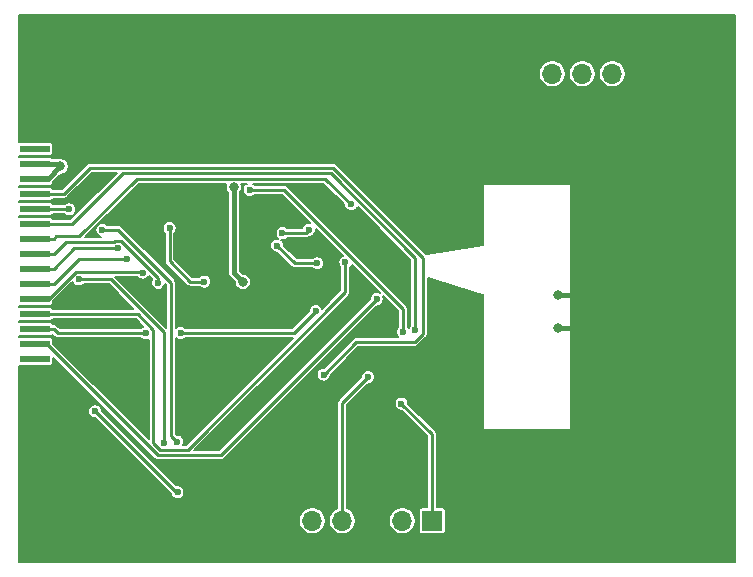
<source format=gbr>
%TF.GenerationSoftware,KiCad,Pcbnew,(5.1.6)-1*%
%TF.CreationDate,2020-05-27T22:40:41+03:00*%
%TF.ProjectId,MD-100 Emulator,4d442d31-3030-4204-956d-756c61746f72,rev?*%
%TF.SameCoordinates,Original*%
%TF.FileFunction,Copper,L2,Bot*%
%TF.FilePolarity,Positive*%
%FSLAX46Y46*%
G04 Gerber Fmt 4.6, Leading zero omitted, Abs format (unit mm)*
G04 Created by KiCad (PCBNEW (5.1.6)-1) date 2020-05-27 22:40:41*
%MOMM*%
%LPD*%
G01*
G04 APERTURE LIST*
%TA.AperFunction,ComponentPad*%
%ADD10O,1.700000X1.700000*%
%TD*%
%TA.AperFunction,ComponentPad*%
%ADD11R,1.700000X1.700000*%
%TD*%
%TA.AperFunction,SMDPad,CuDef*%
%ADD12R,2.540000X0.600000*%
%TD*%
%TA.AperFunction,ComponentPad*%
%ADD13C,0.800000*%
%TD*%
%TA.AperFunction,ComponentPad*%
%ADD14C,6.400000*%
%TD*%
%TA.AperFunction,ViaPad*%
%ADD15C,0.600000*%
%TD*%
%TA.AperFunction,ViaPad*%
%ADD16C,0.800000*%
%TD*%
%TA.AperFunction,Conductor*%
%ADD17C,0.400000*%
%TD*%
%TA.AperFunction,Conductor*%
%ADD18C,0.250000*%
%TD*%
%TA.AperFunction,Conductor*%
%ADD19C,0.180000*%
%TD*%
G04 APERTURE END LIST*
D10*
%TO.P,J3,5*%
%TO.N,PGC*%
X112522000Y-134620000D03*
%TO.P,J3,4*%
%TO.N,PGD*%
X115062000Y-134620000D03*
%TO.P,J3,3*%
%TO.N,GND*%
X117602000Y-134620000D03*
%TO.P,J3,2*%
%TO.N,VCC*%
X120142000Y-134620000D03*
D11*
%TO.P,J3,1*%
%TO.N,~MCLR*%
X122682000Y-134620000D03*
%TD*%
D10*
%TO.P,J2,4*%
%TO.N,VCC*%
X137922000Y-96774000D03*
%TO.P,J2,3*%
%TO.N,SDA*%
X135382000Y-96774000D03*
%TO.P,J2,2*%
%TO.N,SCL*%
X132842000Y-96774000D03*
D11*
%TO.P,J2,1*%
%TO.N,GND*%
X130302000Y-96774000D03*
%TD*%
D12*
%TO.P,J1,30*%
%TO.N,N/C*%
X89027000Y-103124000D03*
%TO.P,J1,28*%
%TO.N,VCC*%
X89027000Y-104394000D03*
%TO.P,J1,26*%
X89027000Y-105664000D03*
%TO.P,J1,24*%
%TO.N,P4*%
X89027000Y-106934000D03*
%TO.P,J1,22*%
%TO.N,P2*%
X89027000Y-108204000D03*
%TO.P,J1,20*%
%TO.N,P0*%
X89027000Y-109474000D03*
%TO.P,J1,18*%
%TO.N,/D3*%
X89027000Y-110744000D03*
%TO.P,J1,16*%
%TO.N,/D7*%
X89027000Y-112014000D03*
%TO.P,J1,14*%
%TO.N,/D0*%
X89027000Y-113284000D03*
%TO.P,J1,12*%
%TO.N,/D4*%
X89027000Y-114554000D03*
%TO.P,J1,10*%
%TO.N,/D6*%
X89027000Y-115824000D03*
%TO.P,J1,8*%
%TO.N,/D1*%
X89027000Y-117094000D03*
%TO.P,J1,6*%
%TO.N,A1*%
X89027000Y-118364000D03*
%TO.P,J1,4*%
%TO.N,CS7*%
X89027000Y-119634000D03*
%TO.P,J1,2*%
%TO.N,N/C*%
X89027000Y-120904000D03*
%TD*%
D13*
%TO.P,H4,1*%
%TO.N,GND*%
X146604056Y-93552944D03*
X144907000Y-92850000D03*
X143209944Y-93552944D03*
X142507000Y-95250000D03*
X143209944Y-96947056D03*
X144907000Y-97650000D03*
X146604056Y-96947056D03*
X147307000Y-95250000D03*
D14*
X144907000Y-95250000D03*
%TD*%
D13*
%TO.P,H3,1*%
%TO.N,GND*%
X92756056Y-93552944D03*
X91059000Y-92850000D03*
X89361944Y-93552944D03*
X88659000Y-95250000D03*
X89361944Y-96947056D03*
X91059000Y-97650000D03*
X92756056Y-96947056D03*
X93459000Y-95250000D03*
D14*
X91059000Y-95250000D03*
%TD*%
D13*
%TO.P,H2,1*%
%TO.N,GND*%
X92756056Y-132922944D03*
X91059000Y-132220000D03*
X89361944Y-132922944D03*
X88659000Y-134620000D03*
X89361944Y-136317056D03*
X91059000Y-137020000D03*
X92756056Y-136317056D03*
X93459000Y-134620000D03*
D14*
X91059000Y-134620000D03*
%TD*%
D13*
%TO.P,H1,1*%
%TO.N,GND*%
X146604056Y-132922944D03*
X144907000Y-132220000D03*
X143209944Y-132922944D03*
X142507000Y-134620000D03*
X143209944Y-136317056D03*
X144907000Y-137020000D03*
X146604056Y-136317056D03*
X147307000Y-134620000D03*
D14*
X144907000Y-134620000D03*
%TD*%
D15*
%TO.N,GND*%
X118516400Y-131546600D03*
X140131800Y-102641400D03*
X104317800Y-123291600D03*
X101625400Y-125425200D03*
X111734600Y-130835400D03*
X103098600Y-119634000D03*
X105664000Y-116713000D03*
X104622600Y-108889800D03*
X97993200Y-109982000D03*
X123240800Y-104343200D03*
X118237000Y-106019600D03*
X113588800Y-111607600D03*
X117322600Y-118491000D03*
X101904800Y-123672600D03*
X100736400Y-130124200D03*
X119964200Y-122758200D03*
X115824000Y-122529600D03*
X113715800Y-115925600D03*
X135966200Y-111353600D03*
X135915400Y-104521000D03*
X136042400Y-118287800D03*
X134112000Y-98120200D03*
X140589000Y-98526600D03*
X92862400Y-117881400D03*
X95554800Y-116408200D03*
X92887800Y-115824000D03*
X97256600Y-117983000D03*
X94665800Y-123088400D03*
X96774000Y-123850400D03*
X98196400Y-124155200D03*
X115951000Y-124790200D03*
X118618000Y-112572800D03*
X115925600Y-115849400D03*
X114071400Y-117856000D03*
X93903800Y-106070400D03*
X98577400Y-114376200D03*
D16*
X115778280Y-111155480D03*
X133352540Y-115516660D03*
X133352540Y-118315740D03*
X130959860Y-104363520D03*
%TO.N,VCC*%
X91191100Y-104611900D03*
D15*
%TO.N,Net-(C5-Pad1)*%
X103360800Y-114359300D03*
X100436300Y-109827500D03*
%TO.N,P4*%
X113485400Y-122243500D03*
%TO.N,P2*%
X91936200Y-108248000D03*
%TO.N,P0*%
X121237800Y-118494100D03*
%TO.N,/D3*%
X115809300Y-107811800D03*
%TO.N,/D7*%
X99465500Y-114468100D03*
%TO.N,/D0*%
X112946300Y-112811000D03*
X109550300Y-111306200D03*
X96041600Y-111546700D03*
%TO.N,/D4*%
X96854800Y-112437800D03*
%TO.N,/D6*%
X98157300Y-113609900D03*
%TO.N,/D1*%
X115319500Y-112714600D03*
%TO.N,A1*%
X98416400Y-118727600D03*
%TO.N,CS7*%
X117983300Y-115848500D03*
%TO.N,P3*%
X120191700Y-118614100D03*
X107216400Y-106589200D03*
%TO.N,WR*%
X101073800Y-127900000D03*
X94750500Y-109990700D03*
%TO.N,/D2*%
X112248600Y-109958400D03*
X109997400Y-110252400D03*
%TO.N,RD*%
X99953200Y-127996800D03*
X92746300Y-114168700D03*
%TO.N,A0*%
X101111000Y-132189500D03*
X94133700Y-125349000D03*
%TO.N,PGD*%
X117246000Y-122443000D03*
%TO.N,~MCLR*%
X120072800Y-124691500D03*
%TO.N,ULA1*%
X112823500Y-116862300D03*
X101380000Y-118703600D03*
D16*
%TO.N,VDD*%
X105869700Y-106363800D03*
X106631300Y-114384100D03*
%TD*%
D17*
%TO.N,GND*%
X133352540Y-115516660D02*
X135559800Y-115516660D01*
X136042400Y-115999260D02*
X136042400Y-118287800D01*
X135559800Y-115516660D02*
X136042400Y-115999260D01*
X136042400Y-118287800D02*
X133380480Y-118287800D01*
X133380480Y-118287800D02*
X133352540Y-118315740D01*
%TO.N,VCC*%
X90973200Y-104394000D02*
X91191100Y-104611900D01*
X89027000Y-104394000D02*
X90973200Y-104394000D01*
X90139000Y-105664000D02*
X91191100Y-104611900D01*
X89027000Y-105664000D02*
X90139000Y-105664000D01*
D18*
%TO.N,Net-(C5-Pad1)*%
X103360800Y-114359300D02*
X102172380Y-114359300D01*
X100436300Y-112623220D02*
X100436300Y-109827500D01*
X102172380Y-114359300D02*
X100436300Y-112623220D01*
%TO.N,P4*%
X113485400Y-122243500D02*
X116259800Y-119469100D01*
X116259800Y-119469100D02*
X121192900Y-119469100D01*
X121192900Y-119469100D02*
X121908100Y-118753900D01*
X121908100Y-118753900D02*
X121908100Y-112344000D01*
X121908100Y-112344000D02*
X114302000Y-104737900D01*
X114302000Y-104737900D02*
X93661400Y-104737900D01*
X93661400Y-104737900D02*
X91465300Y-106934000D01*
X91465300Y-106934000D02*
X89027000Y-106934000D01*
%TO.N,P2*%
X89027000Y-108204000D02*
X91892200Y-108204000D01*
X91892200Y-108204000D02*
X91936200Y-108248000D01*
%TO.N,P0*%
X121237800Y-118494100D02*
X121237800Y-112332500D01*
X121237800Y-112332500D02*
X114093500Y-105188200D01*
X114093500Y-105188200D02*
X96504300Y-105188200D01*
X96504300Y-105188200D02*
X92218500Y-109474000D01*
X92218500Y-109474000D02*
X89027000Y-109474000D01*
%TO.N,/D3*%
X115809300Y-107811800D02*
X113636000Y-105638500D01*
X113636000Y-105638500D02*
X97651400Y-105638500D01*
X97651400Y-105638500D02*
X92757100Y-110532800D01*
X92757100Y-110532800D02*
X90833500Y-110532800D01*
X90833500Y-110532800D02*
X90622300Y-110744000D01*
X89027000Y-110744000D02*
X90622300Y-110744000D01*
%TO.N,/D7*%
X99465500Y-114468100D02*
X99465500Y-114033700D01*
X99465500Y-114033700D02*
X96353200Y-110921400D01*
X96353200Y-110921400D02*
X95782600Y-110921400D01*
X95782600Y-110921400D02*
X95720900Y-110983100D01*
X95720900Y-110983100D02*
X91653200Y-110983100D01*
X91653200Y-110983100D02*
X90622300Y-112014000D01*
X89027000Y-112014000D02*
X90622300Y-112014000D01*
%TO.N,/D0*%
X89027000Y-113284000D02*
X90622300Y-113284000D01*
X109550300Y-111306200D02*
X111055100Y-112811000D01*
X111055100Y-112811000D02*
X112946300Y-112811000D01*
X90622300Y-113284000D02*
X92359600Y-111546700D01*
X92359600Y-111546700D02*
X96041600Y-111546700D01*
%TO.N,/D4*%
X89027000Y-114554000D02*
X90622300Y-114554000D01*
X90622300Y-114554000D02*
X92738500Y-112437800D01*
X92738500Y-112437800D02*
X96854800Y-112437800D01*
%TO.N,/D6*%
X98157300Y-113609900D02*
X98090800Y-113543400D01*
X98090800Y-113543400D02*
X92487300Y-113543400D01*
X90206700Y-115824000D02*
X89027000Y-115824000D01*
X92487300Y-113543400D02*
X90206700Y-115824000D01*
%TO.N,/D1*%
X89027000Y-117094000D02*
X97730200Y-117094000D01*
X97730200Y-117094000D02*
X99073800Y-118437600D01*
X99073800Y-118437600D02*
X99073800Y-128052100D01*
X99073800Y-128052100D02*
X99643800Y-128622100D01*
X99643800Y-128622100D02*
X101976100Y-128622100D01*
X101976100Y-128622100D02*
X115319500Y-115278700D01*
X115319500Y-115278700D02*
X115319500Y-112714600D01*
%TO.N,A1*%
X90622300Y-118364000D02*
X90985900Y-118727600D01*
X90985900Y-118727600D02*
X98416400Y-118727600D01*
X89027000Y-118364000D02*
X90622300Y-118364000D01*
%TO.N,CS7*%
X90019290Y-119634000D02*
X89027000Y-119634000D01*
X99457400Y-129072110D02*
X90019290Y-119634000D01*
X104759690Y-129072110D02*
X99457400Y-129072110D01*
X117983300Y-115848500D02*
X104759690Y-129072110D01*
%TO.N,P3*%
X107216400Y-106589200D02*
X110121600Y-106589200D01*
X110121600Y-106589200D02*
X120191700Y-116659300D01*
X120191700Y-116659300D02*
X120191700Y-118614100D01*
%TO.N,WR*%
X94750500Y-109990700D02*
X96085500Y-109990700D01*
X96085500Y-109990700D02*
X100578600Y-114483800D01*
X100578600Y-114483800D02*
X100578600Y-127404800D01*
X100578600Y-127404800D02*
X101073800Y-127900000D01*
%TO.N,/D2*%
X111954600Y-110252400D02*
X112248600Y-109958400D01*
X109997400Y-110252400D02*
X111954600Y-110252400D01*
%TO.N,RD*%
X92746300Y-114168700D02*
X95459100Y-114168700D01*
X95459100Y-114168700D02*
X99953200Y-118662800D01*
X99953200Y-118662800D02*
X99953200Y-127996800D01*
%TO.N,A0*%
X94133700Y-125349000D02*
X100974200Y-132189500D01*
X100974200Y-132189500D02*
X101111000Y-132189500D01*
%TO.N,PGD*%
X115062000Y-134620000D02*
X115062000Y-124627000D01*
X115062000Y-124627000D02*
X117246000Y-122443000D01*
%TO.N,~MCLR*%
X122682000Y-134620000D02*
X122682000Y-127300700D01*
X122682000Y-127300700D02*
X120072800Y-124691500D01*
%TO.N,ULA1*%
X101380000Y-118703600D02*
X110982200Y-118703600D01*
X110982200Y-118703600D02*
X112823500Y-116862300D01*
D17*
%TO.N,VDD*%
X106631300Y-114384100D02*
X105869700Y-113622500D01*
X105869700Y-113622500D02*
X105869700Y-106363800D01*
%TD*%
D19*
%TO.N,GND*%
G36*
X148275001Y-138115000D02*
G01*
X87691000Y-138115000D01*
X87691000Y-134507720D01*
X111382000Y-134507720D01*
X111382000Y-134732280D01*
X111425810Y-134952526D01*
X111511745Y-135159993D01*
X111636504Y-135346708D01*
X111795292Y-135505496D01*
X111982007Y-135630255D01*
X112189474Y-135716190D01*
X112409720Y-135760000D01*
X112634280Y-135760000D01*
X112854526Y-135716190D01*
X113061993Y-135630255D01*
X113248708Y-135505496D01*
X113407496Y-135346708D01*
X113532255Y-135159993D01*
X113618190Y-134952526D01*
X113662000Y-134732280D01*
X113662000Y-134507720D01*
X113922000Y-134507720D01*
X113922000Y-134732280D01*
X113965810Y-134952526D01*
X114051745Y-135159993D01*
X114176504Y-135346708D01*
X114335292Y-135505496D01*
X114522007Y-135630255D01*
X114729474Y-135716190D01*
X114949720Y-135760000D01*
X115174280Y-135760000D01*
X115394526Y-135716190D01*
X115601993Y-135630255D01*
X115788708Y-135505496D01*
X115947496Y-135346708D01*
X116072255Y-135159993D01*
X116158190Y-134952526D01*
X116202000Y-134732280D01*
X116202000Y-134507720D01*
X119002000Y-134507720D01*
X119002000Y-134732280D01*
X119045810Y-134952526D01*
X119131745Y-135159993D01*
X119256504Y-135346708D01*
X119415292Y-135505496D01*
X119602007Y-135630255D01*
X119809474Y-135716190D01*
X120029720Y-135760000D01*
X120254280Y-135760000D01*
X120474526Y-135716190D01*
X120681993Y-135630255D01*
X120868708Y-135505496D01*
X121027496Y-135346708D01*
X121152255Y-135159993D01*
X121238190Y-134952526D01*
X121282000Y-134732280D01*
X121282000Y-134507720D01*
X121238190Y-134287474D01*
X121152255Y-134080007D01*
X121027496Y-133893292D01*
X120868708Y-133734504D01*
X120681993Y-133609745D01*
X120474526Y-133523810D01*
X120254280Y-133480000D01*
X120029720Y-133480000D01*
X119809474Y-133523810D01*
X119602007Y-133609745D01*
X119415292Y-133734504D01*
X119256504Y-133893292D01*
X119131745Y-134080007D01*
X119045810Y-134287474D01*
X119002000Y-134507720D01*
X116202000Y-134507720D01*
X116158190Y-134287474D01*
X116072255Y-134080007D01*
X115947496Y-133893292D01*
X115788708Y-133734504D01*
X115601993Y-133609745D01*
X115477000Y-133557972D01*
X115477000Y-124798898D01*
X115642508Y-124633390D01*
X119482800Y-124633390D01*
X119482800Y-124749610D01*
X119505473Y-124863597D01*
X119549949Y-124970970D01*
X119614517Y-125067603D01*
X119696697Y-125149783D01*
X119793330Y-125214351D01*
X119900703Y-125258827D01*
X120014690Y-125281500D01*
X120075902Y-125281500D01*
X122267001Y-127472600D01*
X122267000Y-133478597D01*
X121832000Y-133478597D01*
X121775150Y-133484196D01*
X121720485Y-133500779D01*
X121670105Y-133527707D01*
X121625947Y-133563947D01*
X121589707Y-133608105D01*
X121562779Y-133658485D01*
X121546196Y-133713150D01*
X121540597Y-133770000D01*
X121540597Y-135470000D01*
X121546196Y-135526850D01*
X121562779Y-135581515D01*
X121589707Y-135631895D01*
X121625947Y-135676053D01*
X121670105Y-135712293D01*
X121720485Y-135739221D01*
X121775150Y-135755804D01*
X121832000Y-135761403D01*
X123532000Y-135761403D01*
X123588850Y-135755804D01*
X123643515Y-135739221D01*
X123693895Y-135712293D01*
X123738053Y-135676053D01*
X123774293Y-135631895D01*
X123801221Y-135581515D01*
X123817804Y-135526850D01*
X123823403Y-135470000D01*
X123823403Y-133770000D01*
X123817804Y-133713150D01*
X123801221Y-133658485D01*
X123774293Y-133608105D01*
X123738053Y-133563947D01*
X123693895Y-133527707D01*
X123643515Y-133500779D01*
X123588850Y-133484196D01*
X123532000Y-133478597D01*
X123097000Y-133478597D01*
X123097000Y-127321076D01*
X123099007Y-127300699D01*
X123097000Y-127280322D01*
X123097000Y-127280313D01*
X123090995Y-127219346D01*
X123067265Y-127141118D01*
X123042152Y-127094135D01*
X123028729Y-127069022D01*
X122989865Y-127021666D01*
X122989861Y-127021662D01*
X122976869Y-127005831D01*
X122961037Y-126992838D01*
X120662800Y-124694602D01*
X120662800Y-124633390D01*
X120640127Y-124519403D01*
X120595651Y-124412030D01*
X120531083Y-124315397D01*
X120448903Y-124233217D01*
X120352270Y-124168649D01*
X120244897Y-124124173D01*
X120130910Y-124101500D01*
X120014690Y-124101500D01*
X119900703Y-124124173D01*
X119793330Y-124168649D01*
X119696697Y-124233217D01*
X119614517Y-124315397D01*
X119549949Y-124412030D01*
X119505473Y-124519403D01*
X119482800Y-124633390D01*
X115642508Y-124633390D01*
X117242898Y-123033000D01*
X117304110Y-123033000D01*
X117418097Y-123010327D01*
X117525470Y-122965851D01*
X117622103Y-122901283D01*
X117704283Y-122819103D01*
X117768851Y-122722470D01*
X117813327Y-122615097D01*
X117836000Y-122501110D01*
X117836000Y-122384890D01*
X117813327Y-122270903D01*
X117768851Y-122163530D01*
X117704283Y-122066897D01*
X117622103Y-121984717D01*
X117525470Y-121920149D01*
X117418097Y-121875673D01*
X117304110Y-121853000D01*
X117187890Y-121853000D01*
X117073903Y-121875673D01*
X116966530Y-121920149D01*
X116869897Y-121984717D01*
X116787717Y-122066897D01*
X116723149Y-122163530D01*
X116678673Y-122270903D01*
X116656000Y-122384890D01*
X116656000Y-122446102D01*
X114782963Y-124319139D01*
X114767132Y-124332131D01*
X114754140Y-124347962D01*
X114754135Y-124347967D01*
X114715271Y-124395323D01*
X114676735Y-124467419D01*
X114653006Y-124545646D01*
X114644993Y-124627000D01*
X114647001Y-124647387D01*
X114647000Y-133557972D01*
X114522007Y-133609745D01*
X114335292Y-133734504D01*
X114176504Y-133893292D01*
X114051745Y-134080007D01*
X113965810Y-134287474D01*
X113922000Y-134507720D01*
X113662000Y-134507720D01*
X113618190Y-134287474D01*
X113532255Y-134080007D01*
X113407496Y-133893292D01*
X113248708Y-133734504D01*
X113061993Y-133609745D01*
X112854526Y-133523810D01*
X112634280Y-133480000D01*
X112409720Y-133480000D01*
X112189474Y-133523810D01*
X111982007Y-133609745D01*
X111795292Y-133734504D01*
X111636504Y-133893292D01*
X111511745Y-134080007D01*
X111425810Y-134287474D01*
X111382000Y-134507720D01*
X87691000Y-134507720D01*
X87691000Y-125290890D01*
X93543700Y-125290890D01*
X93543700Y-125407110D01*
X93566373Y-125521097D01*
X93610849Y-125628470D01*
X93675417Y-125725103D01*
X93757597Y-125807283D01*
X93854230Y-125871851D01*
X93961603Y-125916327D01*
X94075590Y-125939000D01*
X94136802Y-125939000D01*
X100539769Y-132341968D01*
X100543673Y-132361597D01*
X100588149Y-132468970D01*
X100652717Y-132565603D01*
X100734897Y-132647783D01*
X100831530Y-132712351D01*
X100938903Y-132756827D01*
X101052890Y-132779500D01*
X101169110Y-132779500D01*
X101283097Y-132756827D01*
X101390470Y-132712351D01*
X101487103Y-132647783D01*
X101569283Y-132565603D01*
X101633851Y-132468970D01*
X101678327Y-132361597D01*
X101701000Y-132247610D01*
X101701000Y-132131390D01*
X101678327Y-132017403D01*
X101633851Y-131910030D01*
X101569283Y-131813397D01*
X101487103Y-131731217D01*
X101390470Y-131666649D01*
X101283097Y-131622173D01*
X101169110Y-131599500D01*
X101052890Y-131599500D01*
X100984669Y-131613070D01*
X94723700Y-125352102D01*
X94723700Y-125290890D01*
X94701027Y-125176903D01*
X94656551Y-125069530D01*
X94591983Y-124972897D01*
X94509803Y-124890717D01*
X94413170Y-124826149D01*
X94305797Y-124781673D01*
X94191810Y-124759000D01*
X94075590Y-124759000D01*
X93961603Y-124781673D01*
X93854230Y-124826149D01*
X93757597Y-124890717D01*
X93675417Y-124972897D01*
X93610849Y-125069530D01*
X93566373Y-125176903D01*
X93543700Y-125290890D01*
X87691000Y-125290890D01*
X87691000Y-121487028D01*
X87700150Y-121489804D01*
X87757000Y-121495403D01*
X90297000Y-121495403D01*
X90353850Y-121489804D01*
X90408515Y-121473221D01*
X90458895Y-121446293D01*
X90503053Y-121410053D01*
X90539293Y-121365895D01*
X90566221Y-121315515D01*
X90582804Y-121260850D01*
X90588403Y-121204000D01*
X90588403Y-120790011D01*
X99149534Y-129351142D01*
X99162531Y-129366979D01*
X99225723Y-129418839D01*
X99297818Y-129457375D01*
X99376046Y-129481105D01*
X99437013Y-129487110D01*
X99437022Y-129487110D01*
X99457399Y-129489117D01*
X99477776Y-129487110D01*
X104739313Y-129487110D01*
X104759690Y-129489117D01*
X104780067Y-129487110D01*
X104780077Y-129487110D01*
X104841044Y-129481105D01*
X104919272Y-129457375D01*
X104991367Y-129418839D01*
X105054559Y-129366979D01*
X105067556Y-129351142D01*
X117980199Y-116438500D01*
X118041410Y-116438500D01*
X118155397Y-116415827D01*
X118262770Y-116371351D01*
X118359403Y-116306783D01*
X118441583Y-116224603D01*
X118506151Y-116127970D01*
X118550627Y-116020597D01*
X118573300Y-115906610D01*
X118573300Y-115790390D01*
X118550627Y-115676403D01*
X118506151Y-115569030D01*
X118489276Y-115543775D01*
X119776700Y-116831199D01*
X119776701Y-118194713D01*
X119733417Y-118237997D01*
X119668849Y-118334630D01*
X119624373Y-118442003D01*
X119601700Y-118555990D01*
X119601700Y-118672210D01*
X119624373Y-118786197D01*
X119668849Y-118893570D01*
X119733417Y-118990203D01*
X119797314Y-119054100D01*
X116280176Y-119054100D01*
X116259799Y-119052093D01*
X116239422Y-119054100D01*
X116239413Y-119054100D01*
X116178446Y-119060105D01*
X116100218Y-119083835D01*
X116090808Y-119088865D01*
X116028122Y-119122371D01*
X115980766Y-119161235D01*
X115980762Y-119161239D01*
X115964931Y-119174231D01*
X115951938Y-119190063D01*
X113488502Y-121653500D01*
X113427290Y-121653500D01*
X113313303Y-121676173D01*
X113205930Y-121720649D01*
X113109297Y-121785217D01*
X113027117Y-121867397D01*
X112962549Y-121964030D01*
X112918073Y-122071403D01*
X112895400Y-122185390D01*
X112895400Y-122301610D01*
X112918073Y-122415597D01*
X112962549Y-122522970D01*
X113027117Y-122619603D01*
X113109297Y-122701783D01*
X113205930Y-122766351D01*
X113313303Y-122810827D01*
X113427290Y-122833500D01*
X113543510Y-122833500D01*
X113657497Y-122810827D01*
X113764870Y-122766351D01*
X113861503Y-122701783D01*
X113943683Y-122619603D01*
X114008251Y-122522970D01*
X114052727Y-122415597D01*
X114075400Y-122301610D01*
X114075400Y-122240398D01*
X116431699Y-119884100D01*
X121172523Y-119884100D01*
X121192900Y-119886107D01*
X121213277Y-119884100D01*
X121213287Y-119884100D01*
X121274254Y-119878095D01*
X121352482Y-119854365D01*
X121424577Y-119815829D01*
X121487769Y-119763969D01*
X121500766Y-119748132D01*
X122187138Y-119061760D01*
X122202969Y-119048769D01*
X122215961Y-119032938D01*
X122215965Y-119032934D01*
X122254829Y-118985577D01*
X122293365Y-118913482D01*
X122317095Y-118835254D01*
X122325108Y-118753900D01*
X122323100Y-118733513D01*
X122323100Y-114011962D01*
X126932510Y-115452702D01*
X126941354Y-115454980D01*
X126958903Y-115456799D01*
X126976470Y-115455159D01*
X126991280Y-115450748D01*
X126991280Y-126814580D01*
X126993009Y-126832138D01*
X126998131Y-126849022D01*
X127006448Y-126864581D01*
X127017640Y-126878220D01*
X127031279Y-126889412D01*
X127046838Y-126897729D01*
X127063722Y-126902851D01*
X127081280Y-126904580D01*
X134299960Y-126904580D01*
X134317518Y-126902851D01*
X134334402Y-126897729D01*
X134349961Y-126889412D01*
X134363600Y-126878220D01*
X134374792Y-126864581D01*
X134383109Y-126849022D01*
X134388231Y-126832138D01*
X134389960Y-126814580D01*
X134389960Y-106156760D01*
X134388231Y-106139202D01*
X134383109Y-106122318D01*
X134374792Y-106106759D01*
X134363600Y-106093120D01*
X134349961Y-106081928D01*
X134334402Y-106073611D01*
X134317518Y-106068489D01*
X134299960Y-106066760D01*
X127081280Y-106066760D01*
X127063722Y-106068489D01*
X127046838Y-106073611D01*
X127031279Y-106081928D01*
X127017640Y-106093120D01*
X127006448Y-106106759D01*
X126998131Y-106122318D01*
X126993009Y-106139202D01*
X126991280Y-106156760D01*
X126991280Y-111272407D01*
X126982629Y-111271268D01*
X126965023Y-111272421D01*
X122209679Y-112057307D01*
X122202969Y-112049131D01*
X122187138Y-112036139D01*
X114609866Y-104458868D01*
X114596869Y-104443031D01*
X114533677Y-104391171D01*
X114461582Y-104352635D01*
X114383354Y-104328905D01*
X114322387Y-104322900D01*
X114322377Y-104322900D01*
X114302000Y-104320893D01*
X114281623Y-104322900D01*
X93681776Y-104322900D01*
X93661399Y-104320893D01*
X93641022Y-104322900D01*
X93641013Y-104322900D01*
X93580046Y-104328905D01*
X93501818Y-104352635D01*
X93429723Y-104391171D01*
X93366531Y-104443031D01*
X93353534Y-104458868D01*
X91293402Y-106519000D01*
X90564358Y-106519000D01*
X90539293Y-106472105D01*
X90503053Y-106427947D01*
X90458895Y-106391707D01*
X90408515Y-106364779D01*
X90353850Y-106348196D01*
X90297000Y-106342597D01*
X87757000Y-106342597D01*
X87700150Y-106348196D01*
X87691000Y-106350972D01*
X87691000Y-106247028D01*
X87700150Y-106249804D01*
X87757000Y-106255403D01*
X90297000Y-106255403D01*
X90353850Y-106249804D01*
X90408515Y-106233221D01*
X90458895Y-106206293D01*
X90503053Y-106170053D01*
X90539293Y-106125895D01*
X90566221Y-106075515D01*
X90582804Y-106020850D01*
X90588403Y-105964000D01*
X90588403Y-105907560D01*
X91194064Y-105301900D01*
X91259059Y-105301900D01*
X91392366Y-105275384D01*
X91517938Y-105223370D01*
X91630950Y-105147858D01*
X91727058Y-105051750D01*
X91802570Y-104938738D01*
X91854584Y-104813166D01*
X91881100Y-104679859D01*
X91881100Y-104543941D01*
X91854584Y-104410634D01*
X91802570Y-104285062D01*
X91727058Y-104172050D01*
X91630950Y-104075942D01*
X91517938Y-104000430D01*
X91392366Y-103948416D01*
X91259059Y-103921900D01*
X91123141Y-103921900D01*
X91112118Y-103924093D01*
X91069257Y-103911091D01*
X90997262Y-103904000D01*
X90997255Y-103904000D01*
X90973200Y-103901631D01*
X90949145Y-103904000D01*
X90516228Y-103904000D01*
X90503053Y-103887947D01*
X90458895Y-103851707D01*
X90408515Y-103824779D01*
X90353850Y-103808196D01*
X90297000Y-103802597D01*
X87757000Y-103802597D01*
X87700150Y-103808196D01*
X87691000Y-103810972D01*
X87691000Y-103707028D01*
X87700150Y-103709804D01*
X87757000Y-103715403D01*
X90297000Y-103715403D01*
X90353850Y-103709804D01*
X90408515Y-103693221D01*
X90458895Y-103666293D01*
X90503053Y-103630053D01*
X90539293Y-103585895D01*
X90566221Y-103535515D01*
X90582804Y-103480850D01*
X90588403Y-103424000D01*
X90588403Y-102824000D01*
X90582804Y-102767150D01*
X90566221Y-102712485D01*
X90539293Y-102662105D01*
X90503053Y-102617947D01*
X90458895Y-102581707D01*
X90408515Y-102554779D01*
X90353850Y-102538196D01*
X90297000Y-102532597D01*
X87757000Y-102532597D01*
X87700150Y-102538196D01*
X87691000Y-102540972D01*
X87691000Y-96661720D01*
X131702000Y-96661720D01*
X131702000Y-96886280D01*
X131745810Y-97106526D01*
X131831745Y-97313993D01*
X131956504Y-97500708D01*
X132115292Y-97659496D01*
X132302007Y-97784255D01*
X132509474Y-97870190D01*
X132729720Y-97914000D01*
X132954280Y-97914000D01*
X133174526Y-97870190D01*
X133381993Y-97784255D01*
X133568708Y-97659496D01*
X133727496Y-97500708D01*
X133852255Y-97313993D01*
X133938190Y-97106526D01*
X133982000Y-96886280D01*
X133982000Y-96661720D01*
X134242000Y-96661720D01*
X134242000Y-96886280D01*
X134285810Y-97106526D01*
X134371745Y-97313993D01*
X134496504Y-97500708D01*
X134655292Y-97659496D01*
X134842007Y-97784255D01*
X135049474Y-97870190D01*
X135269720Y-97914000D01*
X135494280Y-97914000D01*
X135714526Y-97870190D01*
X135921993Y-97784255D01*
X136108708Y-97659496D01*
X136267496Y-97500708D01*
X136392255Y-97313993D01*
X136478190Y-97106526D01*
X136522000Y-96886280D01*
X136522000Y-96661720D01*
X136782000Y-96661720D01*
X136782000Y-96886280D01*
X136825810Y-97106526D01*
X136911745Y-97313993D01*
X137036504Y-97500708D01*
X137195292Y-97659496D01*
X137382007Y-97784255D01*
X137589474Y-97870190D01*
X137809720Y-97914000D01*
X138034280Y-97914000D01*
X138254526Y-97870190D01*
X138461993Y-97784255D01*
X138648708Y-97659496D01*
X138807496Y-97500708D01*
X138932255Y-97313993D01*
X139018190Y-97106526D01*
X139062000Y-96886280D01*
X139062000Y-96661720D01*
X139018190Y-96441474D01*
X138932255Y-96234007D01*
X138807496Y-96047292D01*
X138648708Y-95888504D01*
X138461993Y-95763745D01*
X138254526Y-95677810D01*
X138034280Y-95634000D01*
X137809720Y-95634000D01*
X137589474Y-95677810D01*
X137382007Y-95763745D01*
X137195292Y-95888504D01*
X137036504Y-96047292D01*
X136911745Y-96234007D01*
X136825810Y-96441474D01*
X136782000Y-96661720D01*
X136522000Y-96661720D01*
X136478190Y-96441474D01*
X136392255Y-96234007D01*
X136267496Y-96047292D01*
X136108708Y-95888504D01*
X135921993Y-95763745D01*
X135714526Y-95677810D01*
X135494280Y-95634000D01*
X135269720Y-95634000D01*
X135049474Y-95677810D01*
X134842007Y-95763745D01*
X134655292Y-95888504D01*
X134496504Y-96047292D01*
X134371745Y-96234007D01*
X134285810Y-96441474D01*
X134242000Y-96661720D01*
X133982000Y-96661720D01*
X133938190Y-96441474D01*
X133852255Y-96234007D01*
X133727496Y-96047292D01*
X133568708Y-95888504D01*
X133381993Y-95763745D01*
X133174526Y-95677810D01*
X132954280Y-95634000D01*
X132729720Y-95634000D01*
X132509474Y-95677810D01*
X132302007Y-95763745D01*
X132115292Y-95888504D01*
X131956504Y-96047292D01*
X131831745Y-96234007D01*
X131745810Y-96441474D01*
X131702000Y-96661720D01*
X87691000Y-96661720D01*
X87691000Y-91755000D01*
X148275000Y-91755000D01*
X148275001Y-138115000D01*
G37*
X148275001Y-138115000D02*
X87691000Y-138115000D01*
X87691000Y-134507720D01*
X111382000Y-134507720D01*
X111382000Y-134732280D01*
X111425810Y-134952526D01*
X111511745Y-135159993D01*
X111636504Y-135346708D01*
X111795292Y-135505496D01*
X111982007Y-135630255D01*
X112189474Y-135716190D01*
X112409720Y-135760000D01*
X112634280Y-135760000D01*
X112854526Y-135716190D01*
X113061993Y-135630255D01*
X113248708Y-135505496D01*
X113407496Y-135346708D01*
X113532255Y-135159993D01*
X113618190Y-134952526D01*
X113662000Y-134732280D01*
X113662000Y-134507720D01*
X113922000Y-134507720D01*
X113922000Y-134732280D01*
X113965810Y-134952526D01*
X114051745Y-135159993D01*
X114176504Y-135346708D01*
X114335292Y-135505496D01*
X114522007Y-135630255D01*
X114729474Y-135716190D01*
X114949720Y-135760000D01*
X115174280Y-135760000D01*
X115394526Y-135716190D01*
X115601993Y-135630255D01*
X115788708Y-135505496D01*
X115947496Y-135346708D01*
X116072255Y-135159993D01*
X116158190Y-134952526D01*
X116202000Y-134732280D01*
X116202000Y-134507720D01*
X119002000Y-134507720D01*
X119002000Y-134732280D01*
X119045810Y-134952526D01*
X119131745Y-135159993D01*
X119256504Y-135346708D01*
X119415292Y-135505496D01*
X119602007Y-135630255D01*
X119809474Y-135716190D01*
X120029720Y-135760000D01*
X120254280Y-135760000D01*
X120474526Y-135716190D01*
X120681993Y-135630255D01*
X120868708Y-135505496D01*
X121027496Y-135346708D01*
X121152255Y-135159993D01*
X121238190Y-134952526D01*
X121282000Y-134732280D01*
X121282000Y-134507720D01*
X121238190Y-134287474D01*
X121152255Y-134080007D01*
X121027496Y-133893292D01*
X120868708Y-133734504D01*
X120681993Y-133609745D01*
X120474526Y-133523810D01*
X120254280Y-133480000D01*
X120029720Y-133480000D01*
X119809474Y-133523810D01*
X119602007Y-133609745D01*
X119415292Y-133734504D01*
X119256504Y-133893292D01*
X119131745Y-134080007D01*
X119045810Y-134287474D01*
X119002000Y-134507720D01*
X116202000Y-134507720D01*
X116158190Y-134287474D01*
X116072255Y-134080007D01*
X115947496Y-133893292D01*
X115788708Y-133734504D01*
X115601993Y-133609745D01*
X115477000Y-133557972D01*
X115477000Y-124798898D01*
X115642508Y-124633390D01*
X119482800Y-124633390D01*
X119482800Y-124749610D01*
X119505473Y-124863597D01*
X119549949Y-124970970D01*
X119614517Y-125067603D01*
X119696697Y-125149783D01*
X119793330Y-125214351D01*
X119900703Y-125258827D01*
X120014690Y-125281500D01*
X120075902Y-125281500D01*
X122267001Y-127472600D01*
X122267000Y-133478597D01*
X121832000Y-133478597D01*
X121775150Y-133484196D01*
X121720485Y-133500779D01*
X121670105Y-133527707D01*
X121625947Y-133563947D01*
X121589707Y-133608105D01*
X121562779Y-133658485D01*
X121546196Y-133713150D01*
X121540597Y-133770000D01*
X121540597Y-135470000D01*
X121546196Y-135526850D01*
X121562779Y-135581515D01*
X121589707Y-135631895D01*
X121625947Y-135676053D01*
X121670105Y-135712293D01*
X121720485Y-135739221D01*
X121775150Y-135755804D01*
X121832000Y-135761403D01*
X123532000Y-135761403D01*
X123588850Y-135755804D01*
X123643515Y-135739221D01*
X123693895Y-135712293D01*
X123738053Y-135676053D01*
X123774293Y-135631895D01*
X123801221Y-135581515D01*
X123817804Y-135526850D01*
X123823403Y-135470000D01*
X123823403Y-133770000D01*
X123817804Y-133713150D01*
X123801221Y-133658485D01*
X123774293Y-133608105D01*
X123738053Y-133563947D01*
X123693895Y-133527707D01*
X123643515Y-133500779D01*
X123588850Y-133484196D01*
X123532000Y-133478597D01*
X123097000Y-133478597D01*
X123097000Y-127321076D01*
X123099007Y-127300699D01*
X123097000Y-127280322D01*
X123097000Y-127280313D01*
X123090995Y-127219346D01*
X123067265Y-127141118D01*
X123042152Y-127094135D01*
X123028729Y-127069022D01*
X122989865Y-127021666D01*
X122989861Y-127021662D01*
X122976869Y-127005831D01*
X122961037Y-126992838D01*
X120662800Y-124694602D01*
X120662800Y-124633390D01*
X120640127Y-124519403D01*
X120595651Y-124412030D01*
X120531083Y-124315397D01*
X120448903Y-124233217D01*
X120352270Y-124168649D01*
X120244897Y-124124173D01*
X120130910Y-124101500D01*
X120014690Y-124101500D01*
X119900703Y-124124173D01*
X119793330Y-124168649D01*
X119696697Y-124233217D01*
X119614517Y-124315397D01*
X119549949Y-124412030D01*
X119505473Y-124519403D01*
X119482800Y-124633390D01*
X115642508Y-124633390D01*
X117242898Y-123033000D01*
X117304110Y-123033000D01*
X117418097Y-123010327D01*
X117525470Y-122965851D01*
X117622103Y-122901283D01*
X117704283Y-122819103D01*
X117768851Y-122722470D01*
X117813327Y-122615097D01*
X117836000Y-122501110D01*
X117836000Y-122384890D01*
X117813327Y-122270903D01*
X117768851Y-122163530D01*
X117704283Y-122066897D01*
X117622103Y-121984717D01*
X117525470Y-121920149D01*
X117418097Y-121875673D01*
X117304110Y-121853000D01*
X117187890Y-121853000D01*
X117073903Y-121875673D01*
X116966530Y-121920149D01*
X116869897Y-121984717D01*
X116787717Y-122066897D01*
X116723149Y-122163530D01*
X116678673Y-122270903D01*
X116656000Y-122384890D01*
X116656000Y-122446102D01*
X114782963Y-124319139D01*
X114767132Y-124332131D01*
X114754140Y-124347962D01*
X114754135Y-124347967D01*
X114715271Y-124395323D01*
X114676735Y-124467419D01*
X114653006Y-124545646D01*
X114644993Y-124627000D01*
X114647001Y-124647387D01*
X114647000Y-133557972D01*
X114522007Y-133609745D01*
X114335292Y-133734504D01*
X114176504Y-133893292D01*
X114051745Y-134080007D01*
X113965810Y-134287474D01*
X113922000Y-134507720D01*
X113662000Y-134507720D01*
X113618190Y-134287474D01*
X113532255Y-134080007D01*
X113407496Y-133893292D01*
X113248708Y-133734504D01*
X113061993Y-133609745D01*
X112854526Y-133523810D01*
X112634280Y-133480000D01*
X112409720Y-133480000D01*
X112189474Y-133523810D01*
X111982007Y-133609745D01*
X111795292Y-133734504D01*
X111636504Y-133893292D01*
X111511745Y-134080007D01*
X111425810Y-134287474D01*
X111382000Y-134507720D01*
X87691000Y-134507720D01*
X87691000Y-125290890D01*
X93543700Y-125290890D01*
X93543700Y-125407110D01*
X93566373Y-125521097D01*
X93610849Y-125628470D01*
X93675417Y-125725103D01*
X93757597Y-125807283D01*
X93854230Y-125871851D01*
X93961603Y-125916327D01*
X94075590Y-125939000D01*
X94136802Y-125939000D01*
X100539769Y-132341968D01*
X100543673Y-132361597D01*
X100588149Y-132468970D01*
X100652717Y-132565603D01*
X100734897Y-132647783D01*
X100831530Y-132712351D01*
X100938903Y-132756827D01*
X101052890Y-132779500D01*
X101169110Y-132779500D01*
X101283097Y-132756827D01*
X101390470Y-132712351D01*
X101487103Y-132647783D01*
X101569283Y-132565603D01*
X101633851Y-132468970D01*
X101678327Y-132361597D01*
X101701000Y-132247610D01*
X101701000Y-132131390D01*
X101678327Y-132017403D01*
X101633851Y-131910030D01*
X101569283Y-131813397D01*
X101487103Y-131731217D01*
X101390470Y-131666649D01*
X101283097Y-131622173D01*
X101169110Y-131599500D01*
X101052890Y-131599500D01*
X100984669Y-131613070D01*
X94723700Y-125352102D01*
X94723700Y-125290890D01*
X94701027Y-125176903D01*
X94656551Y-125069530D01*
X94591983Y-124972897D01*
X94509803Y-124890717D01*
X94413170Y-124826149D01*
X94305797Y-124781673D01*
X94191810Y-124759000D01*
X94075590Y-124759000D01*
X93961603Y-124781673D01*
X93854230Y-124826149D01*
X93757597Y-124890717D01*
X93675417Y-124972897D01*
X93610849Y-125069530D01*
X93566373Y-125176903D01*
X93543700Y-125290890D01*
X87691000Y-125290890D01*
X87691000Y-121487028D01*
X87700150Y-121489804D01*
X87757000Y-121495403D01*
X90297000Y-121495403D01*
X90353850Y-121489804D01*
X90408515Y-121473221D01*
X90458895Y-121446293D01*
X90503053Y-121410053D01*
X90539293Y-121365895D01*
X90566221Y-121315515D01*
X90582804Y-121260850D01*
X90588403Y-121204000D01*
X90588403Y-120790011D01*
X99149534Y-129351142D01*
X99162531Y-129366979D01*
X99225723Y-129418839D01*
X99297818Y-129457375D01*
X99376046Y-129481105D01*
X99437013Y-129487110D01*
X99437022Y-129487110D01*
X99457399Y-129489117D01*
X99477776Y-129487110D01*
X104739313Y-129487110D01*
X104759690Y-129489117D01*
X104780067Y-129487110D01*
X104780077Y-129487110D01*
X104841044Y-129481105D01*
X104919272Y-129457375D01*
X104991367Y-129418839D01*
X105054559Y-129366979D01*
X105067556Y-129351142D01*
X117980199Y-116438500D01*
X118041410Y-116438500D01*
X118155397Y-116415827D01*
X118262770Y-116371351D01*
X118359403Y-116306783D01*
X118441583Y-116224603D01*
X118506151Y-116127970D01*
X118550627Y-116020597D01*
X118573300Y-115906610D01*
X118573300Y-115790390D01*
X118550627Y-115676403D01*
X118506151Y-115569030D01*
X118489276Y-115543775D01*
X119776700Y-116831199D01*
X119776701Y-118194713D01*
X119733417Y-118237997D01*
X119668849Y-118334630D01*
X119624373Y-118442003D01*
X119601700Y-118555990D01*
X119601700Y-118672210D01*
X119624373Y-118786197D01*
X119668849Y-118893570D01*
X119733417Y-118990203D01*
X119797314Y-119054100D01*
X116280176Y-119054100D01*
X116259799Y-119052093D01*
X116239422Y-119054100D01*
X116239413Y-119054100D01*
X116178446Y-119060105D01*
X116100218Y-119083835D01*
X116090808Y-119088865D01*
X116028122Y-119122371D01*
X115980766Y-119161235D01*
X115980762Y-119161239D01*
X115964931Y-119174231D01*
X115951938Y-119190063D01*
X113488502Y-121653500D01*
X113427290Y-121653500D01*
X113313303Y-121676173D01*
X113205930Y-121720649D01*
X113109297Y-121785217D01*
X113027117Y-121867397D01*
X112962549Y-121964030D01*
X112918073Y-122071403D01*
X112895400Y-122185390D01*
X112895400Y-122301610D01*
X112918073Y-122415597D01*
X112962549Y-122522970D01*
X113027117Y-122619603D01*
X113109297Y-122701783D01*
X113205930Y-122766351D01*
X113313303Y-122810827D01*
X113427290Y-122833500D01*
X113543510Y-122833500D01*
X113657497Y-122810827D01*
X113764870Y-122766351D01*
X113861503Y-122701783D01*
X113943683Y-122619603D01*
X114008251Y-122522970D01*
X114052727Y-122415597D01*
X114075400Y-122301610D01*
X114075400Y-122240398D01*
X116431699Y-119884100D01*
X121172523Y-119884100D01*
X121192900Y-119886107D01*
X121213277Y-119884100D01*
X121213287Y-119884100D01*
X121274254Y-119878095D01*
X121352482Y-119854365D01*
X121424577Y-119815829D01*
X121487769Y-119763969D01*
X121500766Y-119748132D01*
X122187138Y-119061760D01*
X122202969Y-119048769D01*
X122215961Y-119032938D01*
X122215965Y-119032934D01*
X122254829Y-118985577D01*
X122293365Y-118913482D01*
X122317095Y-118835254D01*
X122325108Y-118753900D01*
X122323100Y-118733513D01*
X122323100Y-114011962D01*
X126932510Y-115452702D01*
X126941354Y-115454980D01*
X126958903Y-115456799D01*
X126976470Y-115455159D01*
X126991280Y-115450748D01*
X126991280Y-126814580D01*
X126993009Y-126832138D01*
X126998131Y-126849022D01*
X127006448Y-126864581D01*
X127017640Y-126878220D01*
X127031279Y-126889412D01*
X127046838Y-126897729D01*
X127063722Y-126902851D01*
X127081280Y-126904580D01*
X134299960Y-126904580D01*
X134317518Y-126902851D01*
X134334402Y-126897729D01*
X134349961Y-126889412D01*
X134363600Y-126878220D01*
X134374792Y-126864581D01*
X134383109Y-126849022D01*
X134388231Y-126832138D01*
X134389960Y-126814580D01*
X134389960Y-106156760D01*
X134388231Y-106139202D01*
X134383109Y-106122318D01*
X134374792Y-106106759D01*
X134363600Y-106093120D01*
X134349961Y-106081928D01*
X134334402Y-106073611D01*
X134317518Y-106068489D01*
X134299960Y-106066760D01*
X127081280Y-106066760D01*
X127063722Y-106068489D01*
X127046838Y-106073611D01*
X127031279Y-106081928D01*
X127017640Y-106093120D01*
X127006448Y-106106759D01*
X126998131Y-106122318D01*
X126993009Y-106139202D01*
X126991280Y-106156760D01*
X126991280Y-111272407D01*
X126982629Y-111271268D01*
X126965023Y-111272421D01*
X122209679Y-112057307D01*
X122202969Y-112049131D01*
X122187138Y-112036139D01*
X114609866Y-104458868D01*
X114596869Y-104443031D01*
X114533677Y-104391171D01*
X114461582Y-104352635D01*
X114383354Y-104328905D01*
X114322387Y-104322900D01*
X114322377Y-104322900D01*
X114302000Y-104320893D01*
X114281623Y-104322900D01*
X93681776Y-104322900D01*
X93661399Y-104320893D01*
X93641022Y-104322900D01*
X93641013Y-104322900D01*
X93580046Y-104328905D01*
X93501818Y-104352635D01*
X93429723Y-104391171D01*
X93366531Y-104443031D01*
X93353534Y-104458868D01*
X91293402Y-106519000D01*
X90564358Y-106519000D01*
X90539293Y-106472105D01*
X90503053Y-106427947D01*
X90458895Y-106391707D01*
X90408515Y-106364779D01*
X90353850Y-106348196D01*
X90297000Y-106342597D01*
X87757000Y-106342597D01*
X87700150Y-106348196D01*
X87691000Y-106350972D01*
X87691000Y-106247028D01*
X87700150Y-106249804D01*
X87757000Y-106255403D01*
X90297000Y-106255403D01*
X90353850Y-106249804D01*
X90408515Y-106233221D01*
X90458895Y-106206293D01*
X90503053Y-106170053D01*
X90539293Y-106125895D01*
X90566221Y-106075515D01*
X90582804Y-106020850D01*
X90588403Y-105964000D01*
X90588403Y-105907560D01*
X91194064Y-105301900D01*
X91259059Y-105301900D01*
X91392366Y-105275384D01*
X91517938Y-105223370D01*
X91630950Y-105147858D01*
X91727058Y-105051750D01*
X91802570Y-104938738D01*
X91854584Y-104813166D01*
X91881100Y-104679859D01*
X91881100Y-104543941D01*
X91854584Y-104410634D01*
X91802570Y-104285062D01*
X91727058Y-104172050D01*
X91630950Y-104075942D01*
X91517938Y-104000430D01*
X91392366Y-103948416D01*
X91259059Y-103921900D01*
X91123141Y-103921900D01*
X91112118Y-103924093D01*
X91069257Y-103911091D01*
X90997262Y-103904000D01*
X90997255Y-103904000D01*
X90973200Y-103901631D01*
X90949145Y-103904000D01*
X90516228Y-103904000D01*
X90503053Y-103887947D01*
X90458895Y-103851707D01*
X90408515Y-103824779D01*
X90353850Y-103808196D01*
X90297000Y-103802597D01*
X87757000Y-103802597D01*
X87700150Y-103808196D01*
X87691000Y-103810972D01*
X87691000Y-103707028D01*
X87700150Y-103709804D01*
X87757000Y-103715403D01*
X90297000Y-103715403D01*
X90353850Y-103709804D01*
X90408515Y-103693221D01*
X90458895Y-103666293D01*
X90503053Y-103630053D01*
X90539293Y-103585895D01*
X90566221Y-103535515D01*
X90582804Y-103480850D01*
X90588403Y-103424000D01*
X90588403Y-102824000D01*
X90582804Y-102767150D01*
X90566221Y-102712485D01*
X90539293Y-102662105D01*
X90503053Y-102617947D01*
X90458895Y-102581707D01*
X90408515Y-102554779D01*
X90353850Y-102538196D01*
X90297000Y-102532597D01*
X87757000Y-102532597D01*
X87700150Y-102538196D01*
X87691000Y-102540972D01*
X87691000Y-96661720D01*
X131702000Y-96661720D01*
X131702000Y-96886280D01*
X131745810Y-97106526D01*
X131831745Y-97313993D01*
X131956504Y-97500708D01*
X132115292Y-97659496D01*
X132302007Y-97784255D01*
X132509474Y-97870190D01*
X132729720Y-97914000D01*
X132954280Y-97914000D01*
X133174526Y-97870190D01*
X133381993Y-97784255D01*
X133568708Y-97659496D01*
X133727496Y-97500708D01*
X133852255Y-97313993D01*
X133938190Y-97106526D01*
X133982000Y-96886280D01*
X133982000Y-96661720D01*
X134242000Y-96661720D01*
X134242000Y-96886280D01*
X134285810Y-97106526D01*
X134371745Y-97313993D01*
X134496504Y-97500708D01*
X134655292Y-97659496D01*
X134842007Y-97784255D01*
X135049474Y-97870190D01*
X135269720Y-97914000D01*
X135494280Y-97914000D01*
X135714526Y-97870190D01*
X135921993Y-97784255D01*
X136108708Y-97659496D01*
X136267496Y-97500708D01*
X136392255Y-97313993D01*
X136478190Y-97106526D01*
X136522000Y-96886280D01*
X136522000Y-96661720D01*
X136782000Y-96661720D01*
X136782000Y-96886280D01*
X136825810Y-97106526D01*
X136911745Y-97313993D01*
X137036504Y-97500708D01*
X137195292Y-97659496D01*
X137382007Y-97784255D01*
X137589474Y-97870190D01*
X137809720Y-97914000D01*
X138034280Y-97914000D01*
X138254526Y-97870190D01*
X138461993Y-97784255D01*
X138648708Y-97659496D01*
X138807496Y-97500708D01*
X138932255Y-97313993D01*
X139018190Y-97106526D01*
X139062000Y-96886280D01*
X139062000Y-96661720D01*
X139018190Y-96441474D01*
X138932255Y-96234007D01*
X138807496Y-96047292D01*
X138648708Y-95888504D01*
X138461993Y-95763745D01*
X138254526Y-95677810D01*
X138034280Y-95634000D01*
X137809720Y-95634000D01*
X137589474Y-95677810D01*
X137382007Y-95763745D01*
X137195292Y-95888504D01*
X137036504Y-96047292D01*
X136911745Y-96234007D01*
X136825810Y-96441474D01*
X136782000Y-96661720D01*
X136522000Y-96661720D01*
X136478190Y-96441474D01*
X136392255Y-96234007D01*
X136267496Y-96047292D01*
X136108708Y-95888504D01*
X135921993Y-95763745D01*
X135714526Y-95677810D01*
X135494280Y-95634000D01*
X135269720Y-95634000D01*
X135049474Y-95677810D01*
X134842007Y-95763745D01*
X134655292Y-95888504D01*
X134496504Y-96047292D01*
X134371745Y-96234007D01*
X134285810Y-96441474D01*
X134242000Y-96661720D01*
X133982000Y-96661720D01*
X133938190Y-96441474D01*
X133852255Y-96234007D01*
X133727496Y-96047292D01*
X133568708Y-95888504D01*
X133381993Y-95763745D01*
X133174526Y-95677810D01*
X132954280Y-95634000D01*
X132729720Y-95634000D01*
X132509474Y-95677810D01*
X132302007Y-95763745D01*
X132115292Y-95888504D01*
X131956504Y-96047292D01*
X131831745Y-96234007D01*
X131745810Y-96441474D01*
X131702000Y-96661720D01*
X87691000Y-96661720D01*
X87691000Y-91755000D01*
X148275000Y-91755000D01*
X148275001Y-138115000D01*
G36*
X118288025Y-115342524D02*
G01*
X118262770Y-115325649D01*
X118155397Y-115281173D01*
X118041410Y-115258500D01*
X117925190Y-115258500D01*
X117811203Y-115281173D01*
X117703830Y-115325649D01*
X117607197Y-115390217D01*
X117525017Y-115472397D01*
X117460449Y-115569030D01*
X117415973Y-115676403D01*
X117393300Y-115790390D01*
X117393300Y-115851601D01*
X104587792Y-128657110D01*
X102527988Y-128657110D01*
X115598533Y-115586565D01*
X115614369Y-115573569D01*
X115666229Y-115510377D01*
X115704765Y-115438282D01*
X115728495Y-115360054D01*
X115734500Y-115299087D01*
X115734500Y-115299078D01*
X115736507Y-115278701D01*
X115734500Y-115258324D01*
X115734500Y-113133986D01*
X115777783Y-113090703D01*
X115842351Y-112994070D01*
X115870826Y-112925325D01*
X118288025Y-115342524D01*
G37*
X118288025Y-115342524D02*
X118262770Y-115325649D01*
X118155397Y-115281173D01*
X118041410Y-115258500D01*
X117925190Y-115258500D01*
X117811203Y-115281173D01*
X117703830Y-115325649D01*
X117607197Y-115390217D01*
X117525017Y-115472397D01*
X117460449Y-115569030D01*
X117415973Y-115676403D01*
X117393300Y-115790390D01*
X117393300Y-115851601D01*
X104587792Y-128657110D01*
X102527988Y-128657110D01*
X115598533Y-115586565D01*
X115614369Y-115573569D01*
X115666229Y-115510377D01*
X115704765Y-115438282D01*
X115728495Y-115360054D01*
X115734500Y-115299087D01*
X115734500Y-115299078D01*
X115736507Y-115278701D01*
X115734500Y-115258324D01*
X115734500Y-113133986D01*
X115777783Y-113090703D01*
X115842351Y-112994070D01*
X115870826Y-112925325D01*
X118288025Y-115342524D01*
G36*
X101804202Y-128207100D02*
G01*
X101578189Y-128207100D01*
X101596651Y-128179470D01*
X101641127Y-128072097D01*
X101663800Y-127958110D01*
X101663800Y-127841890D01*
X101641127Y-127727903D01*
X101596651Y-127620530D01*
X101532083Y-127523897D01*
X101449903Y-127441717D01*
X101353270Y-127377149D01*
X101245897Y-127332673D01*
X101131910Y-127310000D01*
X101070698Y-127310000D01*
X100993600Y-127232902D01*
X100993600Y-119151586D01*
X101003897Y-119161883D01*
X101100530Y-119226451D01*
X101207903Y-119270927D01*
X101321890Y-119293600D01*
X101438110Y-119293600D01*
X101552097Y-119270927D01*
X101659470Y-119226451D01*
X101756103Y-119161883D01*
X101799386Y-119118600D01*
X110892702Y-119118600D01*
X101804202Y-128207100D01*
G37*
X101804202Y-128207100D02*
X101578189Y-128207100D01*
X101596651Y-128179470D01*
X101641127Y-128072097D01*
X101663800Y-127958110D01*
X101663800Y-127841890D01*
X101641127Y-127727903D01*
X101596651Y-127620530D01*
X101532083Y-127523897D01*
X101449903Y-127441717D01*
X101353270Y-127377149D01*
X101245897Y-127332673D01*
X101131910Y-127310000D01*
X101070698Y-127310000D01*
X100993600Y-127232902D01*
X100993600Y-119151586D01*
X101003897Y-119161883D01*
X101100530Y-119226451D01*
X101207903Y-119270927D01*
X101321890Y-119293600D01*
X101438110Y-119293600D01*
X101552097Y-119270927D01*
X101659470Y-119226451D01*
X101756103Y-119161883D01*
X101799386Y-119118600D01*
X110892702Y-119118600D01*
X101804202Y-128207100D01*
G36*
X90678038Y-119006637D02*
G01*
X90691031Y-119022469D01*
X90706862Y-119035461D01*
X90706866Y-119035465D01*
X90754222Y-119074329D01*
X90792758Y-119094927D01*
X90826318Y-119112865D01*
X90904546Y-119136595D01*
X90965513Y-119142600D01*
X90965522Y-119142600D01*
X90985899Y-119144607D01*
X91006276Y-119142600D01*
X97997014Y-119142600D01*
X98040297Y-119185883D01*
X98136930Y-119250451D01*
X98244303Y-119294927D01*
X98358290Y-119317600D01*
X98474510Y-119317600D01*
X98588497Y-119294927D01*
X98658800Y-119265806D01*
X98658801Y-127686613D01*
X90588403Y-119616215D01*
X90588403Y-119334000D01*
X90582804Y-119277150D01*
X90566221Y-119222485D01*
X90539293Y-119172105D01*
X90503053Y-119127947D01*
X90458895Y-119091707D01*
X90408515Y-119064779D01*
X90353850Y-119048196D01*
X90297000Y-119042597D01*
X87757000Y-119042597D01*
X87700150Y-119048196D01*
X87691000Y-119050972D01*
X87691000Y-118947028D01*
X87700150Y-118949804D01*
X87757000Y-118955403D01*
X90297000Y-118955403D01*
X90353850Y-118949804D01*
X90408515Y-118933221D01*
X90458895Y-118906293D01*
X90503053Y-118870053D01*
X90520363Y-118848961D01*
X90678038Y-119006637D01*
G37*
X90678038Y-119006637D02*
X90691031Y-119022469D01*
X90706862Y-119035461D01*
X90706866Y-119035465D01*
X90754222Y-119074329D01*
X90792758Y-119094927D01*
X90826318Y-119112865D01*
X90904546Y-119136595D01*
X90965513Y-119142600D01*
X90965522Y-119142600D01*
X90985899Y-119144607D01*
X91006276Y-119142600D01*
X97997014Y-119142600D01*
X98040297Y-119185883D01*
X98136930Y-119250451D01*
X98244303Y-119294927D01*
X98358290Y-119317600D01*
X98474510Y-119317600D01*
X98588497Y-119294927D01*
X98658800Y-119265806D01*
X98658801Y-127686613D01*
X90588403Y-119616215D01*
X90588403Y-119334000D01*
X90582804Y-119277150D01*
X90566221Y-119222485D01*
X90539293Y-119172105D01*
X90503053Y-119127947D01*
X90458895Y-119091707D01*
X90408515Y-119064779D01*
X90353850Y-119048196D01*
X90297000Y-119042597D01*
X87757000Y-119042597D01*
X87700150Y-119048196D01*
X87691000Y-119050972D01*
X87691000Y-118947028D01*
X87700150Y-118949804D01*
X87757000Y-118955403D01*
X90297000Y-118955403D01*
X90353850Y-118949804D01*
X90408515Y-118933221D01*
X90458895Y-118906293D01*
X90503053Y-118870053D01*
X90520363Y-118848961D01*
X90678038Y-119006637D01*
G36*
X98219747Y-118170445D02*
G01*
X98136930Y-118204749D01*
X98040297Y-118269317D01*
X97997014Y-118312600D01*
X91157799Y-118312600D01*
X90930166Y-118084968D01*
X90917169Y-118069131D01*
X90853977Y-118017271D01*
X90781882Y-117978735D01*
X90703654Y-117955005D01*
X90642687Y-117949000D01*
X90642677Y-117949000D01*
X90622300Y-117946993D01*
X90601923Y-117949000D01*
X90564358Y-117949000D01*
X90539293Y-117902105D01*
X90503053Y-117857947D01*
X90458895Y-117821707D01*
X90408515Y-117794779D01*
X90353850Y-117778196D01*
X90297000Y-117772597D01*
X87757000Y-117772597D01*
X87700150Y-117778196D01*
X87691000Y-117780972D01*
X87691000Y-117677028D01*
X87700150Y-117679804D01*
X87757000Y-117685403D01*
X90297000Y-117685403D01*
X90353850Y-117679804D01*
X90408515Y-117663221D01*
X90458895Y-117636293D01*
X90503053Y-117600053D01*
X90539293Y-117555895D01*
X90564358Y-117509000D01*
X97558302Y-117509000D01*
X98219747Y-118170445D01*
G37*
X98219747Y-118170445D02*
X98136930Y-118204749D01*
X98040297Y-118269317D01*
X97997014Y-118312600D01*
X91157799Y-118312600D01*
X90930166Y-118084968D01*
X90917169Y-118069131D01*
X90853977Y-118017271D01*
X90781882Y-117978735D01*
X90703654Y-117955005D01*
X90642687Y-117949000D01*
X90642677Y-117949000D01*
X90622300Y-117946993D01*
X90601923Y-117949000D01*
X90564358Y-117949000D01*
X90539293Y-117902105D01*
X90503053Y-117857947D01*
X90458895Y-117821707D01*
X90408515Y-117794779D01*
X90353850Y-117778196D01*
X90297000Y-117772597D01*
X87757000Y-117772597D01*
X87700150Y-117778196D01*
X87691000Y-117780972D01*
X87691000Y-117677028D01*
X87700150Y-117679804D01*
X87757000Y-117685403D01*
X90297000Y-117685403D01*
X90353850Y-117679804D01*
X90408515Y-117663221D01*
X90458895Y-117636293D01*
X90503053Y-117600053D01*
X90539293Y-117555895D01*
X90564358Y-117509000D01*
X97558302Y-117509000D01*
X98219747Y-118170445D01*
G36*
X115219300Y-107808698D02*
G01*
X115219300Y-107869910D01*
X115241973Y-107983897D01*
X115286449Y-108091270D01*
X115351017Y-108187903D01*
X115433197Y-108270083D01*
X115529830Y-108334651D01*
X115637203Y-108379127D01*
X115751190Y-108401800D01*
X115867410Y-108401800D01*
X115981397Y-108379127D01*
X116088770Y-108334651D01*
X116185403Y-108270083D01*
X116267583Y-108187903D01*
X116332151Y-108091270D01*
X116354857Y-108036455D01*
X120822801Y-112504400D01*
X120822800Y-118074714D01*
X120779517Y-118117997D01*
X120714949Y-118214630D01*
X120684112Y-118289075D01*
X120649983Y-118237997D01*
X120606700Y-118194714D01*
X120606700Y-116679677D01*
X120608707Y-116659300D01*
X120606700Y-116638923D01*
X120606700Y-116638913D01*
X120600695Y-116577946D01*
X120576965Y-116499718D01*
X120538430Y-116427624D01*
X120538429Y-116427622D01*
X120499565Y-116380266D01*
X120499561Y-116380262D01*
X120486569Y-116364431D01*
X120470739Y-116351440D01*
X110429466Y-106310168D01*
X110416469Y-106294331D01*
X110353277Y-106242471D01*
X110281182Y-106203935D01*
X110202954Y-106180205D01*
X110141987Y-106174200D01*
X110141977Y-106174200D01*
X110121600Y-106172193D01*
X110101223Y-106174200D01*
X107635786Y-106174200D01*
X107592503Y-106130917D01*
X107495870Y-106066349D01*
X107464850Y-106053500D01*
X113464102Y-106053500D01*
X115219300Y-107808698D01*
G37*
X115219300Y-107808698D02*
X115219300Y-107869910D01*
X115241973Y-107983897D01*
X115286449Y-108091270D01*
X115351017Y-108187903D01*
X115433197Y-108270083D01*
X115529830Y-108334651D01*
X115637203Y-108379127D01*
X115751190Y-108401800D01*
X115867410Y-108401800D01*
X115981397Y-108379127D01*
X116088770Y-108334651D01*
X116185403Y-108270083D01*
X116267583Y-108187903D01*
X116332151Y-108091270D01*
X116354857Y-108036455D01*
X120822801Y-112504400D01*
X120822800Y-118074714D01*
X120779517Y-118117997D01*
X120714949Y-118214630D01*
X120684112Y-118289075D01*
X120649983Y-118237997D01*
X120606700Y-118194714D01*
X120606700Y-116679677D01*
X120608707Y-116659300D01*
X120606700Y-116638923D01*
X120606700Y-116638913D01*
X120600695Y-116577946D01*
X120576965Y-116499718D01*
X120538430Y-116427624D01*
X120538429Y-116427622D01*
X120499565Y-116380266D01*
X120499561Y-116380262D01*
X120486569Y-116364431D01*
X120470739Y-116351440D01*
X110429466Y-106310168D01*
X110416469Y-106294331D01*
X110353277Y-106242471D01*
X110281182Y-106203935D01*
X110202954Y-106180205D01*
X110141987Y-106174200D01*
X110141977Y-106174200D01*
X110121600Y-106172193D01*
X110101223Y-106174200D01*
X107635786Y-106174200D01*
X107592503Y-106130917D01*
X107495870Y-106066349D01*
X107464850Y-106053500D01*
X113464102Y-106053500D01*
X115219300Y-107808698D01*
G36*
X105206216Y-106162534D02*
G01*
X105179700Y-106295841D01*
X105179700Y-106431759D01*
X105206216Y-106565066D01*
X105258230Y-106690638D01*
X105333742Y-106803650D01*
X105379701Y-106849609D01*
X105379700Y-113598445D01*
X105377331Y-113622500D01*
X105379700Y-113646555D01*
X105379700Y-113646561D01*
X105386791Y-113718556D01*
X105414809Y-113810921D01*
X105460309Y-113896046D01*
X105521542Y-113970658D01*
X105540240Y-113986003D01*
X105941300Y-114387064D01*
X105941300Y-114452059D01*
X105967816Y-114585366D01*
X106019830Y-114710938D01*
X106095342Y-114823950D01*
X106191450Y-114920058D01*
X106304462Y-114995570D01*
X106430034Y-115047584D01*
X106563341Y-115074100D01*
X106699259Y-115074100D01*
X106832566Y-115047584D01*
X106958138Y-114995570D01*
X107071150Y-114920058D01*
X107167258Y-114823950D01*
X107242770Y-114710938D01*
X107294784Y-114585366D01*
X107321300Y-114452059D01*
X107321300Y-114316141D01*
X107294784Y-114182834D01*
X107242770Y-114057262D01*
X107167258Y-113944250D01*
X107071150Y-113848142D01*
X106958138Y-113772630D01*
X106832566Y-113720616D01*
X106699259Y-113694100D01*
X106634264Y-113694100D01*
X106359700Y-113419537D01*
X106359700Y-106849608D01*
X106405658Y-106803650D01*
X106481170Y-106690638D01*
X106533184Y-106565066D01*
X106559700Y-106431759D01*
X106559700Y-106295841D01*
X106533184Y-106162534D01*
X106488020Y-106053500D01*
X106967950Y-106053500D01*
X106936930Y-106066349D01*
X106840297Y-106130917D01*
X106758117Y-106213097D01*
X106693549Y-106309730D01*
X106649073Y-106417103D01*
X106626400Y-106531090D01*
X106626400Y-106647310D01*
X106649073Y-106761297D01*
X106693549Y-106868670D01*
X106758117Y-106965303D01*
X106840297Y-107047483D01*
X106936930Y-107112051D01*
X107044303Y-107156527D01*
X107158290Y-107179200D01*
X107274510Y-107179200D01*
X107388497Y-107156527D01*
X107495870Y-107112051D01*
X107592503Y-107047483D01*
X107635786Y-107004200D01*
X109949702Y-107004200D01*
X112315687Y-109370186D01*
X112306710Y-109368400D01*
X112190490Y-109368400D01*
X112076503Y-109391073D01*
X111969130Y-109435549D01*
X111872497Y-109500117D01*
X111790317Y-109582297D01*
X111725749Y-109678930D01*
X111681273Y-109786303D01*
X111671109Y-109837400D01*
X110416786Y-109837400D01*
X110373503Y-109794117D01*
X110276870Y-109729549D01*
X110169497Y-109685073D01*
X110055510Y-109662400D01*
X109939290Y-109662400D01*
X109825303Y-109685073D01*
X109717930Y-109729549D01*
X109621297Y-109794117D01*
X109539117Y-109876297D01*
X109474549Y-109972930D01*
X109430073Y-110080303D01*
X109407400Y-110194290D01*
X109407400Y-110310510D01*
X109430073Y-110424497D01*
X109474549Y-110531870D01*
X109539117Y-110628503D01*
X109621297Y-110710683D01*
X109638516Y-110722188D01*
X109608410Y-110716200D01*
X109492190Y-110716200D01*
X109378203Y-110738873D01*
X109270830Y-110783349D01*
X109174197Y-110847917D01*
X109092017Y-110930097D01*
X109027449Y-111026730D01*
X108982973Y-111134103D01*
X108960300Y-111248090D01*
X108960300Y-111364310D01*
X108982973Y-111478297D01*
X109027449Y-111585670D01*
X109092017Y-111682303D01*
X109174197Y-111764483D01*
X109270830Y-111829051D01*
X109378203Y-111873527D01*
X109492190Y-111896200D01*
X109553402Y-111896200D01*
X110747238Y-113090037D01*
X110760231Y-113105869D01*
X110776062Y-113118861D01*
X110776066Y-113118865D01*
X110823423Y-113157729D01*
X110895518Y-113196265D01*
X110973746Y-113219995D01*
X111055100Y-113228008D01*
X111075487Y-113226000D01*
X112526914Y-113226000D01*
X112570197Y-113269283D01*
X112666830Y-113333851D01*
X112774203Y-113378327D01*
X112888190Y-113401000D01*
X113004410Y-113401000D01*
X113118397Y-113378327D01*
X113225770Y-113333851D01*
X113322403Y-113269283D01*
X113404583Y-113187103D01*
X113469151Y-113090470D01*
X113513627Y-112983097D01*
X113536300Y-112869110D01*
X113536300Y-112752890D01*
X113513627Y-112638903D01*
X113469151Y-112531530D01*
X113404583Y-112434897D01*
X113322403Y-112352717D01*
X113225770Y-112288149D01*
X113118397Y-112243673D01*
X113004410Y-112221000D01*
X112888190Y-112221000D01*
X112774203Y-112243673D01*
X112666830Y-112288149D01*
X112570197Y-112352717D01*
X112526914Y-112396000D01*
X111226999Y-112396000D01*
X110140300Y-111309302D01*
X110140300Y-111248090D01*
X110117627Y-111134103D01*
X110073151Y-111026730D01*
X110008583Y-110930097D01*
X109926403Y-110847917D01*
X109909184Y-110836412D01*
X109939290Y-110842400D01*
X110055510Y-110842400D01*
X110169497Y-110819727D01*
X110276870Y-110775251D01*
X110373503Y-110710683D01*
X110416786Y-110667400D01*
X111934223Y-110667400D01*
X111954600Y-110669407D01*
X111974977Y-110667400D01*
X111974987Y-110667400D01*
X112035954Y-110661395D01*
X112114182Y-110637665D01*
X112186277Y-110599129D01*
X112248091Y-110548400D01*
X112306710Y-110548400D01*
X112420697Y-110525727D01*
X112528070Y-110481251D01*
X112624703Y-110416683D01*
X112706883Y-110334503D01*
X112771451Y-110237870D01*
X112815927Y-110130497D01*
X112838600Y-110016510D01*
X112838600Y-109900290D01*
X112836814Y-109891313D01*
X115108775Y-112163273D01*
X115040030Y-112191749D01*
X114943397Y-112256317D01*
X114861217Y-112338497D01*
X114796649Y-112435130D01*
X114752173Y-112542503D01*
X114729500Y-112656490D01*
X114729500Y-112772710D01*
X114752173Y-112886697D01*
X114796649Y-112994070D01*
X114861217Y-113090703D01*
X114904501Y-113133987D01*
X114904500Y-115106802D01*
X113370404Y-116640898D01*
X113346351Y-116582830D01*
X113281783Y-116486197D01*
X113199603Y-116404017D01*
X113102970Y-116339449D01*
X112995597Y-116294973D01*
X112881610Y-116272300D01*
X112765390Y-116272300D01*
X112651403Y-116294973D01*
X112544030Y-116339449D01*
X112447397Y-116404017D01*
X112365217Y-116486197D01*
X112300649Y-116582830D01*
X112256173Y-116690203D01*
X112233500Y-116804190D01*
X112233500Y-116865402D01*
X110810302Y-118288600D01*
X101799386Y-118288600D01*
X101756103Y-118245317D01*
X101659470Y-118180749D01*
X101552097Y-118136273D01*
X101438110Y-118113600D01*
X101321890Y-118113600D01*
X101207903Y-118136273D01*
X101100530Y-118180749D01*
X101003897Y-118245317D01*
X100993600Y-118255614D01*
X100993600Y-114504177D01*
X100995607Y-114483800D01*
X100993600Y-114463423D01*
X100993600Y-114463413D01*
X100987595Y-114402446D01*
X100963865Y-114324218D01*
X100937540Y-114274967D01*
X100925329Y-114252122D01*
X100886465Y-114204766D01*
X100886461Y-114204762D01*
X100873469Y-114188931D01*
X100857639Y-114175940D01*
X96451089Y-109769390D01*
X99846300Y-109769390D01*
X99846300Y-109885610D01*
X99868973Y-109999597D01*
X99913449Y-110106970D01*
X99978017Y-110203603D01*
X100021301Y-110246887D01*
X100021300Y-112602843D01*
X100019293Y-112623220D01*
X100021300Y-112643597D01*
X100021300Y-112643606D01*
X100027305Y-112704573D01*
X100041962Y-112752890D01*
X100051035Y-112782801D01*
X100089571Y-112854897D01*
X100125548Y-112898735D01*
X100141431Y-112918089D01*
X100157268Y-112931086D01*
X101864518Y-114638337D01*
X101877511Y-114654169D01*
X101893342Y-114667161D01*
X101893346Y-114667165D01*
X101940702Y-114706029D01*
X102012798Y-114744565D01*
X102091026Y-114768295D01*
X102151993Y-114774300D01*
X102152003Y-114774300D01*
X102172380Y-114776307D01*
X102192757Y-114774300D01*
X102941414Y-114774300D01*
X102984697Y-114817583D01*
X103081330Y-114882151D01*
X103188703Y-114926627D01*
X103302690Y-114949300D01*
X103418910Y-114949300D01*
X103532897Y-114926627D01*
X103640270Y-114882151D01*
X103736903Y-114817583D01*
X103819083Y-114735403D01*
X103883651Y-114638770D01*
X103928127Y-114531397D01*
X103950800Y-114417410D01*
X103950800Y-114301190D01*
X103928127Y-114187203D01*
X103883651Y-114079830D01*
X103819083Y-113983197D01*
X103736903Y-113901017D01*
X103640270Y-113836449D01*
X103532897Y-113791973D01*
X103418910Y-113769300D01*
X103302690Y-113769300D01*
X103188703Y-113791973D01*
X103081330Y-113836449D01*
X102984697Y-113901017D01*
X102941414Y-113944300D01*
X102344279Y-113944300D01*
X100851300Y-112451322D01*
X100851300Y-110246886D01*
X100894583Y-110203603D01*
X100959151Y-110106970D01*
X101003627Y-109999597D01*
X101026300Y-109885610D01*
X101026300Y-109769390D01*
X101003627Y-109655403D01*
X100959151Y-109548030D01*
X100894583Y-109451397D01*
X100812403Y-109369217D01*
X100715770Y-109304649D01*
X100608397Y-109260173D01*
X100494410Y-109237500D01*
X100378190Y-109237500D01*
X100264203Y-109260173D01*
X100156830Y-109304649D01*
X100060197Y-109369217D01*
X99978017Y-109451397D01*
X99913449Y-109548030D01*
X99868973Y-109655403D01*
X99846300Y-109769390D01*
X96451089Y-109769390D01*
X96393366Y-109711668D01*
X96380369Y-109695831D01*
X96317177Y-109643971D01*
X96245082Y-109605435D01*
X96166854Y-109581705D01*
X96105887Y-109575700D01*
X96105877Y-109575700D01*
X96085500Y-109573693D01*
X96065123Y-109575700D01*
X95169886Y-109575700D01*
X95126603Y-109532417D01*
X95029970Y-109467849D01*
X94922597Y-109423373D01*
X94808610Y-109400700D01*
X94692390Y-109400700D01*
X94578403Y-109423373D01*
X94471030Y-109467849D01*
X94374397Y-109532417D01*
X94292217Y-109614597D01*
X94227649Y-109711230D01*
X94183173Y-109818603D01*
X94160500Y-109932590D01*
X94160500Y-110048810D01*
X94183173Y-110162797D01*
X94227649Y-110270170D01*
X94292217Y-110366803D01*
X94374397Y-110448983D01*
X94471030Y-110513551D01*
X94578403Y-110558027D01*
X94629044Y-110568100D01*
X93308698Y-110568100D01*
X97823298Y-106053500D01*
X105251380Y-106053500D01*
X105206216Y-106162534D01*
G37*
X105206216Y-106162534D02*
X105179700Y-106295841D01*
X105179700Y-106431759D01*
X105206216Y-106565066D01*
X105258230Y-106690638D01*
X105333742Y-106803650D01*
X105379701Y-106849609D01*
X105379700Y-113598445D01*
X105377331Y-113622500D01*
X105379700Y-113646555D01*
X105379700Y-113646561D01*
X105386791Y-113718556D01*
X105414809Y-113810921D01*
X105460309Y-113896046D01*
X105521542Y-113970658D01*
X105540240Y-113986003D01*
X105941300Y-114387064D01*
X105941300Y-114452059D01*
X105967816Y-114585366D01*
X106019830Y-114710938D01*
X106095342Y-114823950D01*
X106191450Y-114920058D01*
X106304462Y-114995570D01*
X106430034Y-115047584D01*
X106563341Y-115074100D01*
X106699259Y-115074100D01*
X106832566Y-115047584D01*
X106958138Y-114995570D01*
X107071150Y-114920058D01*
X107167258Y-114823950D01*
X107242770Y-114710938D01*
X107294784Y-114585366D01*
X107321300Y-114452059D01*
X107321300Y-114316141D01*
X107294784Y-114182834D01*
X107242770Y-114057262D01*
X107167258Y-113944250D01*
X107071150Y-113848142D01*
X106958138Y-113772630D01*
X106832566Y-113720616D01*
X106699259Y-113694100D01*
X106634264Y-113694100D01*
X106359700Y-113419537D01*
X106359700Y-106849608D01*
X106405658Y-106803650D01*
X106481170Y-106690638D01*
X106533184Y-106565066D01*
X106559700Y-106431759D01*
X106559700Y-106295841D01*
X106533184Y-106162534D01*
X106488020Y-106053500D01*
X106967950Y-106053500D01*
X106936930Y-106066349D01*
X106840297Y-106130917D01*
X106758117Y-106213097D01*
X106693549Y-106309730D01*
X106649073Y-106417103D01*
X106626400Y-106531090D01*
X106626400Y-106647310D01*
X106649073Y-106761297D01*
X106693549Y-106868670D01*
X106758117Y-106965303D01*
X106840297Y-107047483D01*
X106936930Y-107112051D01*
X107044303Y-107156527D01*
X107158290Y-107179200D01*
X107274510Y-107179200D01*
X107388497Y-107156527D01*
X107495870Y-107112051D01*
X107592503Y-107047483D01*
X107635786Y-107004200D01*
X109949702Y-107004200D01*
X112315687Y-109370186D01*
X112306710Y-109368400D01*
X112190490Y-109368400D01*
X112076503Y-109391073D01*
X111969130Y-109435549D01*
X111872497Y-109500117D01*
X111790317Y-109582297D01*
X111725749Y-109678930D01*
X111681273Y-109786303D01*
X111671109Y-109837400D01*
X110416786Y-109837400D01*
X110373503Y-109794117D01*
X110276870Y-109729549D01*
X110169497Y-109685073D01*
X110055510Y-109662400D01*
X109939290Y-109662400D01*
X109825303Y-109685073D01*
X109717930Y-109729549D01*
X109621297Y-109794117D01*
X109539117Y-109876297D01*
X109474549Y-109972930D01*
X109430073Y-110080303D01*
X109407400Y-110194290D01*
X109407400Y-110310510D01*
X109430073Y-110424497D01*
X109474549Y-110531870D01*
X109539117Y-110628503D01*
X109621297Y-110710683D01*
X109638516Y-110722188D01*
X109608410Y-110716200D01*
X109492190Y-110716200D01*
X109378203Y-110738873D01*
X109270830Y-110783349D01*
X109174197Y-110847917D01*
X109092017Y-110930097D01*
X109027449Y-111026730D01*
X108982973Y-111134103D01*
X108960300Y-111248090D01*
X108960300Y-111364310D01*
X108982973Y-111478297D01*
X109027449Y-111585670D01*
X109092017Y-111682303D01*
X109174197Y-111764483D01*
X109270830Y-111829051D01*
X109378203Y-111873527D01*
X109492190Y-111896200D01*
X109553402Y-111896200D01*
X110747238Y-113090037D01*
X110760231Y-113105869D01*
X110776062Y-113118861D01*
X110776066Y-113118865D01*
X110823423Y-113157729D01*
X110895518Y-113196265D01*
X110973746Y-113219995D01*
X111055100Y-113228008D01*
X111075487Y-113226000D01*
X112526914Y-113226000D01*
X112570197Y-113269283D01*
X112666830Y-113333851D01*
X112774203Y-113378327D01*
X112888190Y-113401000D01*
X113004410Y-113401000D01*
X113118397Y-113378327D01*
X113225770Y-113333851D01*
X113322403Y-113269283D01*
X113404583Y-113187103D01*
X113469151Y-113090470D01*
X113513627Y-112983097D01*
X113536300Y-112869110D01*
X113536300Y-112752890D01*
X113513627Y-112638903D01*
X113469151Y-112531530D01*
X113404583Y-112434897D01*
X113322403Y-112352717D01*
X113225770Y-112288149D01*
X113118397Y-112243673D01*
X113004410Y-112221000D01*
X112888190Y-112221000D01*
X112774203Y-112243673D01*
X112666830Y-112288149D01*
X112570197Y-112352717D01*
X112526914Y-112396000D01*
X111226999Y-112396000D01*
X110140300Y-111309302D01*
X110140300Y-111248090D01*
X110117627Y-111134103D01*
X110073151Y-111026730D01*
X110008583Y-110930097D01*
X109926403Y-110847917D01*
X109909184Y-110836412D01*
X109939290Y-110842400D01*
X110055510Y-110842400D01*
X110169497Y-110819727D01*
X110276870Y-110775251D01*
X110373503Y-110710683D01*
X110416786Y-110667400D01*
X111934223Y-110667400D01*
X111954600Y-110669407D01*
X111974977Y-110667400D01*
X111974987Y-110667400D01*
X112035954Y-110661395D01*
X112114182Y-110637665D01*
X112186277Y-110599129D01*
X112248091Y-110548400D01*
X112306710Y-110548400D01*
X112420697Y-110525727D01*
X112528070Y-110481251D01*
X112624703Y-110416683D01*
X112706883Y-110334503D01*
X112771451Y-110237870D01*
X112815927Y-110130497D01*
X112838600Y-110016510D01*
X112838600Y-109900290D01*
X112836814Y-109891313D01*
X115108775Y-112163273D01*
X115040030Y-112191749D01*
X114943397Y-112256317D01*
X114861217Y-112338497D01*
X114796649Y-112435130D01*
X114752173Y-112542503D01*
X114729500Y-112656490D01*
X114729500Y-112772710D01*
X114752173Y-112886697D01*
X114796649Y-112994070D01*
X114861217Y-113090703D01*
X114904501Y-113133987D01*
X114904500Y-115106802D01*
X113370404Y-116640898D01*
X113346351Y-116582830D01*
X113281783Y-116486197D01*
X113199603Y-116404017D01*
X113102970Y-116339449D01*
X112995597Y-116294973D01*
X112881610Y-116272300D01*
X112765390Y-116272300D01*
X112651403Y-116294973D01*
X112544030Y-116339449D01*
X112447397Y-116404017D01*
X112365217Y-116486197D01*
X112300649Y-116582830D01*
X112256173Y-116690203D01*
X112233500Y-116804190D01*
X112233500Y-116865402D01*
X110810302Y-118288600D01*
X101799386Y-118288600D01*
X101756103Y-118245317D01*
X101659470Y-118180749D01*
X101552097Y-118136273D01*
X101438110Y-118113600D01*
X101321890Y-118113600D01*
X101207903Y-118136273D01*
X101100530Y-118180749D01*
X101003897Y-118245317D01*
X100993600Y-118255614D01*
X100993600Y-114504177D01*
X100995607Y-114483800D01*
X100993600Y-114463423D01*
X100993600Y-114463413D01*
X100987595Y-114402446D01*
X100963865Y-114324218D01*
X100937540Y-114274967D01*
X100925329Y-114252122D01*
X100886465Y-114204766D01*
X100886461Y-114204762D01*
X100873469Y-114188931D01*
X100857639Y-114175940D01*
X96451089Y-109769390D01*
X99846300Y-109769390D01*
X99846300Y-109885610D01*
X99868973Y-109999597D01*
X99913449Y-110106970D01*
X99978017Y-110203603D01*
X100021301Y-110246887D01*
X100021300Y-112602843D01*
X100019293Y-112623220D01*
X100021300Y-112643597D01*
X100021300Y-112643606D01*
X100027305Y-112704573D01*
X100041962Y-112752890D01*
X100051035Y-112782801D01*
X100089571Y-112854897D01*
X100125548Y-112898735D01*
X100141431Y-112918089D01*
X100157268Y-112931086D01*
X101864518Y-114638337D01*
X101877511Y-114654169D01*
X101893342Y-114667161D01*
X101893346Y-114667165D01*
X101940702Y-114706029D01*
X102012798Y-114744565D01*
X102091026Y-114768295D01*
X102151993Y-114774300D01*
X102152003Y-114774300D01*
X102172380Y-114776307D01*
X102192757Y-114774300D01*
X102941414Y-114774300D01*
X102984697Y-114817583D01*
X103081330Y-114882151D01*
X103188703Y-114926627D01*
X103302690Y-114949300D01*
X103418910Y-114949300D01*
X103532897Y-114926627D01*
X103640270Y-114882151D01*
X103736903Y-114817583D01*
X103819083Y-114735403D01*
X103883651Y-114638770D01*
X103928127Y-114531397D01*
X103950800Y-114417410D01*
X103950800Y-114301190D01*
X103928127Y-114187203D01*
X103883651Y-114079830D01*
X103819083Y-113983197D01*
X103736903Y-113901017D01*
X103640270Y-113836449D01*
X103532897Y-113791973D01*
X103418910Y-113769300D01*
X103302690Y-113769300D01*
X103188703Y-113791973D01*
X103081330Y-113836449D01*
X102984697Y-113901017D01*
X102941414Y-113944300D01*
X102344279Y-113944300D01*
X100851300Y-112451322D01*
X100851300Y-110246886D01*
X100894583Y-110203603D01*
X100959151Y-110106970D01*
X101003627Y-109999597D01*
X101026300Y-109885610D01*
X101026300Y-109769390D01*
X101003627Y-109655403D01*
X100959151Y-109548030D01*
X100894583Y-109451397D01*
X100812403Y-109369217D01*
X100715770Y-109304649D01*
X100608397Y-109260173D01*
X100494410Y-109237500D01*
X100378190Y-109237500D01*
X100264203Y-109260173D01*
X100156830Y-109304649D01*
X100060197Y-109369217D01*
X99978017Y-109451397D01*
X99913449Y-109548030D01*
X99868973Y-109655403D01*
X99846300Y-109769390D01*
X96451089Y-109769390D01*
X96393366Y-109711668D01*
X96380369Y-109695831D01*
X96317177Y-109643971D01*
X96245082Y-109605435D01*
X96166854Y-109581705D01*
X96105887Y-109575700D01*
X96105877Y-109575700D01*
X96085500Y-109573693D01*
X96065123Y-109575700D01*
X95169886Y-109575700D01*
X95126603Y-109532417D01*
X95029970Y-109467849D01*
X94922597Y-109423373D01*
X94808610Y-109400700D01*
X94692390Y-109400700D01*
X94578403Y-109423373D01*
X94471030Y-109467849D01*
X94374397Y-109532417D01*
X94292217Y-109614597D01*
X94227649Y-109711230D01*
X94183173Y-109818603D01*
X94160500Y-109932590D01*
X94160500Y-110048810D01*
X94183173Y-110162797D01*
X94227649Y-110270170D01*
X94292217Y-110366803D01*
X94374397Y-110448983D01*
X94471030Y-110513551D01*
X94578403Y-110558027D01*
X94629044Y-110568100D01*
X93308698Y-110568100D01*
X97823298Y-106053500D01*
X105251380Y-106053500D01*
X105206216Y-106162534D01*
G36*
X98979051Y-114134150D02*
G01*
X98942649Y-114188630D01*
X98898173Y-114296003D01*
X98875500Y-114409990D01*
X98875500Y-114526210D01*
X98898173Y-114640197D01*
X98942649Y-114747570D01*
X99007217Y-114844203D01*
X99089397Y-114926383D01*
X99186030Y-114990951D01*
X99293403Y-115035427D01*
X99407390Y-115058100D01*
X99523610Y-115058100D01*
X99637597Y-115035427D01*
X99744970Y-114990951D01*
X99841603Y-114926383D01*
X99923783Y-114844203D01*
X99988351Y-114747570D01*
X100032827Y-114640197D01*
X100051951Y-114544050D01*
X100163600Y-114655699D01*
X100163600Y-118286302D01*
X95835698Y-113958400D01*
X97680573Y-113958400D01*
X97699017Y-113986003D01*
X97781197Y-114068183D01*
X97877830Y-114132751D01*
X97985203Y-114177227D01*
X98099190Y-114199900D01*
X98215410Y-114199900D01*
X98329397Y-114177227D01*
X98436770Y-114132751D01*
X98533403Y-114068183D01*
X98615583Y-113986003D01*
X98680151Y-113889370D01*
X98696003Y-113851101D01*
X98979051Y-114134150D01*
G37*
X98979051Y-114134150D02*
X98942649Y-114188630D01*
X98898173Y-114296003D01*
X98875500Y-114409990D01*
X98875500Y-114526210D01*
X98898173Y-114640197D01*
X98942649Y-114747570D01*
X99007217Y-114844203D01*
X99089397Y-114926383D01*
X99186030Y-114990951D01*
X99293403Y-115035427D01*
X99407390Y-115058100D01*
X99523610Y-115058100D01*
X99637597Y-115035427D01*
X99744970Y-114990951D01*
X99841603Y-114926383D01*
X99923783Y-114844203D01*
X99988351Y-114747570D01*
X100032827Y-114640197D01*
X100051951Y-114544050D01*
X100163600Y-114655699D01*
X100163600Y-118286302D01*
X95835698Y-113958400D01*
X97680573Y-113958400D01*
X97699017Y-113986003D01*
X97781197Y-114068183D01*
X97877830Y-114132751D01*
X97985203Y-114177227D01*
X98099190Y-114199900D01*
X98215410Y-114199900D01*
X98329397Y-114177227D01*
X98436770Y-114132751D01*
X98533403Y-114068183D01*
X98615583Y-113986003D01*
X98680151Y-113889370D01*
X98696003Y-113851101D01*
X98979051Y-114134150D01*
G36*
X92223449Y-114448170D02*
G01*
X92288017Y-114544803D01*
X92370197Y-114626983D01*
X92466830Y-114691551D01*
X92574203Y-114736027D01*
X92688190Y-114758700D01*
X92804410Y-114758700D01*
X92918397Y-114736027D01*
X93025770Y-114691551D01*
X93122403Y-114626983D01*
X93165686Y-114583700D01*
X95287202Y-114583700D01*
X97382502Y-116679000D01*
X90564358Y-116679000D01*
X90539293Y-116632105D01*
X90503053Y-116587947D01*
X90458895Y-116551707D01*
X90408515Y-116524779D01*
X90353850Y-116508196D01*
X90297000Y-116502597D01*
X87757000Y-116502597D01*
X87700150Y-116508196D01*
X87691000Y-116510972D01*
X87691000Y-116407028D01*
X87700150Y-116409804D01*
X87757000Y-116415403D01*
X90297000Y-116415403D01*
X90353850Y-116409804D01*
X90408515Y-116393221D01*
X90458895Y-116366293D01*
X90503053Y-116330053D01*
X90539293Y-116285895D01*
X90566221Y-116235515D01*
X90582804Y-116180850D01*
X90588403Y-116124000D01*
X90588403Y-116029195D01*
X92207626Y-114409972D01*
X92223449Y-114448170D01*
G37*
X92223449Y-114448170D02*
X92288017Y-114544803D01*
X92370197Y-114626983D01*
X92466830Y-114691551D01*
X92574203Y-114736027D01*
X92688190Y-114758700D01*
X92804410Y-114758700D01*
X92918397Y-114736027D01*
X93025770Y-114691551D01*
X93122403Y-114626983D01*
X93165686Y-114583700D01*
X95287202Y-114583700D01*
X97382502Y-116679000D01*
X90564358Y-116679000D01*
X90539293Y-116632105D01*
X90503053Y-116587947D01*
X90458895Y-116551707D01*
X90408515Y-116524779D01*
X90353850Y-116508196D01*
X90297000Y-116502597D01*
X87757000Y-116502597D01*
X87700150Y-116508196D01*
X87691000Y-116510972D01*
X87691000Y-116407028D01*
X87700150Y-116409804D01*
X87757000Y-116415403D01*
X90297000Y-116415403D01*
X90353850Y-116409804D01*
X90408515Y-116393221D01*
X90458895Y-116366293D01*
X90503053Y-116330053D01*
X90539293Y-116285895D01*
X90566221Y-116235515D01*
X90582804Y-116180850D01*
X90588403Y-116124000D01*
X90588403Y-116029195D01*
X92207626Y-114409972D01*
X92223449Y-114448170D01*
G36*
X92046602Y-109059000D02*
G01*
X90564358Y-109059000D01*
X90539293Y-109012105D01*
X90503053Y-108967947D01*
X90458895Y-108931707D01*
X90408515Y-108904779D01*
X90353850Y-108888196D01*
X90297000Y-108882597D01*
X87757000Y-108882597D01*
X87700150Y-108888196D01*
X87691000Y-108890972D01*
X87691000Y-108787028D01*
X87700150Y-108789804D01*
X87757000Y-108795403D01*
X90297000Y-108795403D01*
X90353850Y-108789804D01*
X90408515Y-108773221D01*
X90458895Y-108746293D01*
X90503053Y-108710053D01*
X90539293Y-108665895D01*
X90564358Y-108619000D01*
X91474507Y-108619000D01*
X91477917Y-108624103D01*
X91560097Y-108706283D01*
X91656730Y-108770851D01*
X91764103Y-108815327D01*
X91878090Y-108838000D01*
X91994310Y-108838000D01*
X92108297Y-108815327D01*
X92215670Y-108770851D01*
X92312303Y-108706283D01*
X92394483Y-108624103D01*
X92459051Y-108527470D01*
X92503527Y-108420097D01*
X92526200Y-108306110D01*
X92526200Y-108189890D01*
X92503527Y-108075903D01*
X92459051Y-107968530D01*
X92394483Y-107871897D01*
X92312303Y-107789717D01*
X92215670Y-107725149D01*
X92108297Y-107680673D01*
X91994310Y-107658000D01*
X91878090Y-107658000D01*
X91764103Y-107680673D01*
X91656730Y-107725149D01*
X91561170Y-107789000D01*
X90564358Y-107789000D01*
X90539293Y-107742105D01*
X90503053Y-107697947D01*
X90458895Y-107661707D01*
X90408515Y-107634779D01*
X90353850Y-107618196D01*
X90297000Y-107612597D01*
X87757000Y-107612597D01*
X87700150Y-107618196D01*
X87691000Y-107620972D01*
X87691000Y-107517028D01*
X87700150Y-107519804D01*
X87757000Y-107525403D01*
X90297000Y-107525403D01*
X90353850Y-107519804D01*
X90408515Y-107503221D01*
X90458895Y-107476293D01*
X90503053Y-107440053D01*
X90539293Y-107395895D01*
X90564358Y-107349000D01*
X91444923Y-107349000D01*
X91465300Y-107351007D01*
X91485677Y-107349000D01*
X91485687Y-107349000D01*
X91546654Y-107342995D01*
X91624882Y-107319265D01*
X91696977Y-107280729D01*
X91760169Y-107228869D01*
X91773166Y-107213032D01*
X93833298Y-105152900D01*
X95952702Y-105152900D01*
X92046602Y-109059000D01*
G37*
X92046602Y-109059000D02*
X90564358Y-109059000D01*
X90539293Y-109012105D01*
X90503053Y-108967947D01*
X90458895Y-108931707D01*
X90408515Y-108904779D01*
X90353850Y-108888196D01*
X90297000Y-108882597D01*
X87757000Y-108882597D01*
X87700150Y-108888196D01*
X87691000Y-108890972D01*
X87691000Y-108787028D01*
X87700150Y-108789804D01*
X87757000Y-108795403D01*
X90297000Y-108795403D01*
X90353850Y-108789804D01*
X90408515Y-108773221D01*
X90458895Y-108746293D01*
X90503053Y-108710053D01*
X90539293Y-108665895D01*
X90564358Y-108619000D01*
X91474507Y-108619000D01*
X91477917Y-108624103D01*
X91560097Y-108706283D01*
X91656730Y-108770851D01*
X91764103Y-108815327D01*
X91878090Y-108838000D01*
X91994310Y-108838000D01*
X92108297Y-108815327D01*
X92215670Y-108770851D01*
X92312303Y-108706283D01*
X92394483Y-108624103D01*
X92459051Y-108527470D01*
X92503527Y-108420097D01*
X92526200Y-108306110D01*
X92526200Y-108189890D01*
X92503527Y-108075903D01*
X92459051Y-107968530D01*
X92394483Y-107871897D01*
X92312303Y-107789717D01*
X92215670Y-107725149D01*
X92108297Y-107680673D01*
X91994310Y-107658000D01*
X91878090Y-107658000D01*
X91764103Y-107680673D01*
X91656730Y-107725149D01*
X91561170Y-107789000D01*
X90564358Y-107789000D01*
X90539293Y-107742105D01*
X90503053Y-107697947D01*
X90458895Y-107661707D01*
X90408515Y-107634779D01*
X90353850Y-107618196D01*
X90297000Y-107612597D01*
X87757000Y-107612597D01*
X87700150Y-107618196D01*
X87691000Y-107620972D01*
X87691000Y-107517028D01*
X87700150Y-107519804D01*
X87757000Y-107525403D01*
X90297000Y-107525403D01*
X90353850Y-107519804D01*
X90408515Y-107503221D01*
X90458895Y-107476293D01*
X90503053Y-107440053D01*
X90539293Y-107395895D01*
X90564358Y-107349000D01*
X91444923Y-107349000D01*
X91465300Y-107351007D01*
X91485677Y-107349000D01*
X91485687Y-107349000D01*
X91546654Y-107342995D01*
X91624882Y-107319265D01*
X91696977Y-107280729D01*
X91760169Y-107228869D01*
X91773166Y-107213032D01*
X93833298Y-105152900D01*
X95952702Y-105152900D01*
X92046602Y-109059000D01*
%TD*%
M02*

</source>
